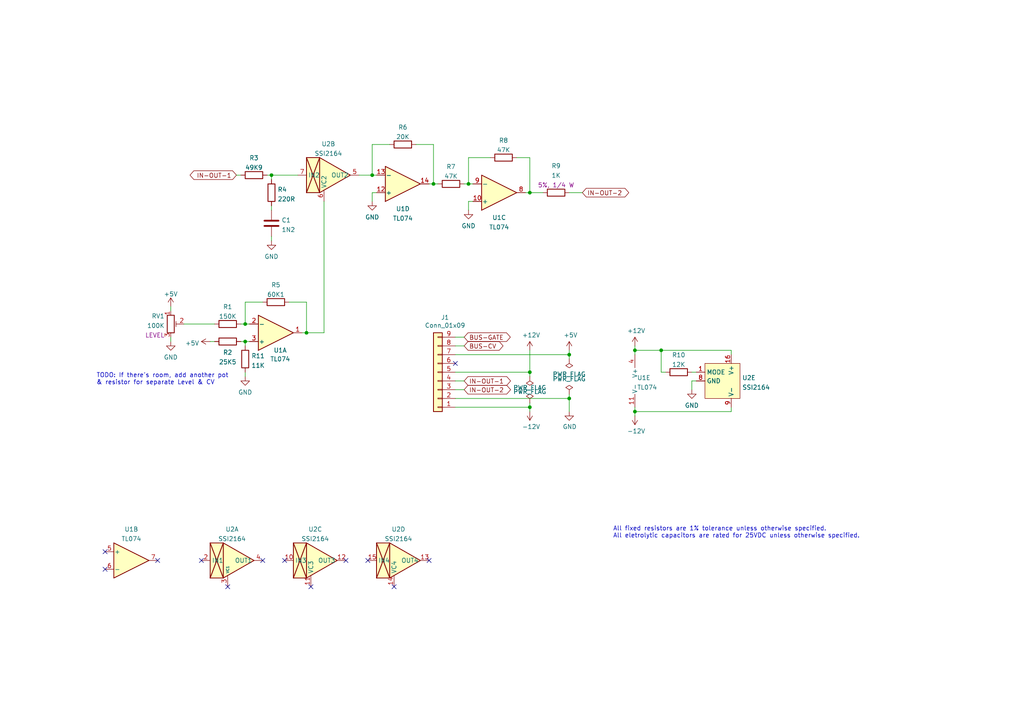
<source format=kicad_sch>
(kicad_sch (version 20211123) (generator eeschema)

  (uuid a1a9a0d8-c6de-418f-9a57-bf7f74b6d401)

  (paper "A4")

  (title_block
    (title "Eurorack ProtoModule")
    (date "2022-02-08")
    (rev "1.0")
    (company "Len Popp")
    (comment 1 "Copyright © 2021 Len Popp CC BY")
    (comment 2 "Circuit design for my custom Eurorack breadboard prototyping module")
  )

  (lib_symbols
    (symbol "-lmp-opamp:TL074" (pin_names (offset 0.127)) (in_bom yes) (on_board yes)
      (property "Reference" "U" (id 0) (at 0 5.08 0)
        (effects (font (size 1.27 1.27)) (justify left))
      )
      (property "Value" "TL074" (id 1) (at 0 -5.08 0)
        (effects (font (size 1.27 1.27)) (justify left))
      )
      (property "Footprint" "Package_DIP:DIP-14_W7.62mm" (id 2) (at -1.27 2.54 0)
        (effects (font (size 1.27 1.27)) hide)
      )
      (property "Datasheet" "http://www.ti.com/lit/ds/symlink/tl071.pdf" (id 3) (at 1.27 5.08 0)
        (effects (font (size 1.27 1.27)) hide)
      )
      (property "Manufacturer" "Texas Instruments" (id 4) (at 0 0 0)
        (effects (font (size 1.27 1.27)) hide)
      )
      (property "ManufacturerPartNum" "TL074BCN" (id 5) (at 0 0 0)
        (effects (font (size 1.27 1.27)) hide)
      )
      (property "Distributor" "Mouser" (id 6) (at 0 0 0)
        (effects (font (size 1.27 1.27)) hide)
      )
      (property "DistributorPartNum" "595-TL074BCN" (id 7) (at 0 0 0)
        (effects (font (size 1.27 1.27)) hide)
      )
      (property "DistributorPartLink" "https://www.mouser.ca/ProductDetail/?qs=vxEfx8VrU7BHurOY5iQdiA%3D%3D" (id 8) (at 0 0 0)
        (effects (font (size 1.27 1.27)) hide)
      )
      (property "ki_locked" "" (id 9) (at 0 0 0)
        (effects (font (size 1.27 1.27)))
      )
      (property "ki_keywords" "quad opamp" (id 10) (at 0 0 0)
        (effects (font (size 1.27 1.27)) hide)
      )
      (property "ki_description" "Quad Low-Noise JFET-Input Operational Amplifiers, DIP-14/SOIC-14" (id 11) (at 0 0 0)
        (effects (font (size 1.27 1.27)) hide)
      )
      (property "ki_fp_filters" "SOIC*3.9x8.7mm*P1.27mm* DIP*W7.62mm* TSSOP*4.4x5mm*P0.65mm* SSOP*5.3x6.2mm*P0.65mm* MSOP*3x3mm*P0.5mm*" (id 12) (at 0 0 0)
        (effects (font (size 1.27 1.27)) hide)
      )
      (symbol "TL074_1_1"
        (polyline
          (pts
            (xy -5.08 5.08)
            (xy 5.08 0)
            (xy -5.08 -5.08)
            (xy -5.08 5.08)
          )
          (stroke (width 0.254) (type default) (color 0 0 0 0))
          (fill (type background))
        )
        (pin output line (at 7.62 0 180) (length 2.54)
          (name "~" (effects (font (size 1.27 1.27))))
          (number "1" (effects (font (size 1.27 1.27))))
        )
        (pin input line (at -7.62 -2.54 0) (length 2.54)
          (name "-" (effects (font (size 1.27 1.27))))
          (number "2" (effects (font (size 1.27 1.27))))
        )
        (pin input line (at -7.62 2.54 0) (length 2.54)
          (name "+" (effects (font (size 1.27 1.27))))
          (number "3" (effects (font (size 1.27 1.27))))
        )
      )
      (symbol "TL074_2_1"
        (polyline
          (pts
            (xy -5.08 5.08)
            (xy 5.08 0)
            (xy -5.08 -5.08)
            (xy -5.08 5.08)
          )
          (stroke (width 0.254) (type default) (color 0 0 0 0))
          (fill (type background))
        )
        (pin input line (at -7.62 2.54 0) (length 2.54)
          (name "+" (effects (font (size 1.27 1.27))))
          (number "5" (effects (font (size 1.27 1.27))))
        )
        (pin input line (at -7.62 -2.54 0) (length 2.54)
          (name "-" (effects (font (size 1.27 1.27))))
          (number "6" (effects (font (size 1.27 1.27))))
        )
        (pin output line (at 7.62 0 180) (length 2.54)
          (name "~" (effects (font (size 1.27 1.27))))
          (number "7" (effects (font (size 1.27 1.27))))
        )
      )
      (symbol "TL074_3_1"
        (polyline
          (pts
            (xy -5.08 5.08)
            (xy 5.08 0)
            (xy -5.08 -5.08)
            (xy -5.08 5.08)
          )
          (stroke (width 0.254) (type default) (color 0 0 0 0))
          (fill (type background))
        )
        (pin input line (at -7.62 2.54 0) (length 2.54)
          (name "+" (effects (font (size 1.27 1.27))))
          (number "10" (effects (font (size 1.27 1.27))))
        )
        (pin output line (at 7.62 0 180) (length 2.54)
          (name "~" (effects (font (size 1.27 1.27))))
          (number "8" (effects (font (size 1.27 1.27))))
        )
        (pin input line (at -7.62 -2.54 0) (length 2.54)
          (name "-" (effects (font (size 1.27 1.27))))
          (number "9" (effects (font (size 1.27 1.27))))
        )
      )
      (symbol "TL074_4_1"
        (polyline
          (pts
            (xy -5.08 5.08)
            (xy 5.08 0)
            (xy -5.08 -5.08)
            (xy -5.08 5.08)
          )
          (stroke (width 0.254) (type default) (color 0 0 0 0))
          (fill (type background))
        )
        (pin input line (at -7.62 2.54 0) (length 2.54)
          (name "+" (effects (font (size 1.27 1.27))))
          (number "12" (effects (font (size 1.27 1.27))))
        )
        (pin input line (at -7.62 -2.54 0) (length 2.54)
          (name "-" (effects (font (size 1.27 1.27))))
          (number "13" (effects (font (size 1.27 1.27))))
        )
        (pin output line (at 7.62 0 180) (length 2.54)
          (name "~" (effects (font (size 1.27 1.27))))
          (number "14" (effects (font (size 1.27 1.27))))
        )
      )
      (symbol "TL074_5_1"
        (pin power_in line (at -2.54 -7.62 90) (length 3.81)
          (name "V-" (effects (font (size 1.27 1.27))))
          (number "11" (effects (font (size 1.27 1.27))))
        )
        (pin power_in line (at -2.54 7.62 270) (length 3.81)
          (name "V+" (effects (font (size 1.27 1.27))))
          (number "4" (effects (font (size 1.27 1.27))))
        )
      )
    )
    (symbol "-lmp-power:+12V" (power) (pin_names (offset 0)) (in_bom yes) (on_board yes)
      (property "Reference" "#PWR" (id 0) (at 0 -3.81 0)
        (effects (font (size 1.27 1.27)) hide)
      )
      (property "Value" "+12V" (id 1) (at 0 3.556 0)
        (effects (font (size 1.27 1.27)))
      )
      (property "Footprint" "" (id 2) (at 0 0 0)
        (effects (font (size 1.27 1.27)) hide)
      )
      (property "Datasheet" "" (id 3) (at 0 0 0)
        (effects (font (size 1.27 1.27)) hide)
      )
      (property "ki_keywords" "power-flag" (id 4) (at 0 0 0)
        (effects (font (size 1.27 1.27)) hide)
      )
      (property "ki_description" "Power symbol creates a global label with name \"+12V\"" (id 5) (at 0 0 0)
        (effects (font (size 1.27 1.27)) hide)
      )
      (symbol "+12V_0_1"
        (polyline
          (pts
            (xy -0.762 1.27)
            (xy 0 2.54)
          )
          (stroke (width 0) (type default) (color 0 0 0 0))
          (fill (type none))
        )
        (polyline
          (pts
            (xy 0 0)
            (xy 0 2.54)
          )
          (stroke (width 0) (type default) (color 0 0 0 0))
          (fill (type none))
        )
        (polyline
          (pts
            (xy 0 2.54)
            (xy 0.762 1.27)
          )
          (stroke (width 0) (type default) (color 0 0 0 0))
          (fill (type none))
        )
      )
      (symbol "+12V_1_1"
        (pin power_in line (at 0 0 90) (length 0) hide
          (name "+12V" (effects (font (size 1.27 1.27))))
          (number "1" (effects (font (size 1.27 1.27))))
        )
      )
    )
    (symbol "-lmp-power:+5V" (power) (pin_names (offset 0)) (in_bom yes) (on_board yes)
      (property "Reference" "#PWR" (id 0) (at 0 -3.81 0)
        (effects (font (size 1.27 1.27)) hide)
      )
      (property "Value" "+5V" (id 1) (at 0 3.556 0)
        (effects (font (size 1.27 1.27)))
      )
      (property "Footprint" "" (id 2) (at 0 0 0)
        (effects (font (size 1.27 1.27)) hide)
      )
      (property "Datasheet" "" (id 3) (at 0 0 0)
        (effects (font (size 1.27 1.27)) hide)
      )
      (property "ki_keywords" "power-flag" (id 4) (at 0 0 0)
        (effects (font (size 1.27 1.27)) hide)
      )
      (property "ki_description" "Power symbol creates a global label with name \"+5V\"" (id 5) (at 0 0 0)
        (effects (font (size 1.27 1.27)) hide)
      )
      (symbol "+5V_0_1"
        (polyline
          (pts
            (xy -0.762 1.27)
            (xy 0 2.54)
          )
          (stroke (width 0) (type default) (color 0 0 0 0))
          (fill (type none))
        )
        (polyline
          (pts
            (xy 0 0)
            (xy 0 2.54)
          )
          (stroke (width 0) (type default) (color 0 0 0 0))
          (fill (type none))
        )
        (polyline
          (pts
            (xy 0 2.54)
            (xy 0.762 1.27)
          )
          (stroke (width 0) (type default) (color 0 0 0 0))
          (fill (type none))
        )
      )
      (symbol "+5V_1_1"
        (pin power_in line (at 0 0 90) (length 0) hide
          (name "+5V" (effects (font (size 1.27 1.27))))
          (number "1" (effects (font (size 1.27 1.27))))
        )
      )
    )
    (symbol "-lmp-power:-12V" (power) (pin_names (offset 0)) (in_bom yes) (on_board yes)
      (property "Reference" "#PWR" (id 0) (at 0 3.81 0)
        (effects (font (size 1.27 1.27)) hide)
      )
      (property "Value" "-12V" (id 1) (at 0 -3.556 0)
        (effects (font (size 1.27 1.27)))
      )
      (property "Footprint" "" (id 2) (at 0 0 0)
        (effects (font (size 1.27 1.27)) hide)
      )
      (property "Datasheet" "" (id 3) (at 0 0 0)
        (effects (font (size 1.27 1.27)) hide)
      )
      (property "ki_keywords" "power-flag" (id 4) (at 0 0 0)
        (effects (font (size 1.27 1.27)) hide)
      )
      (property "ki_description" "Power symbol creates a global label with name \"-12V\"" (id 5) (at 0 0 0)
        (effects (font (size 1.27 1.27)) hide)
      )
      (symbol "-12V_0_1"
        (polyline
          (pts
            (xy -0.762 -1.27)
            (xy 0 -2.54)
          )
          (stroke (width 0) (type default) (color 0 0 0 0))
          (fill (type none))
        )
        (polyline
          (pts
            (xy 0 -2.54)
            (xy 0.762 -1.27)
          )
          (stroke (width 0) (type default) (color 0 0 0 0))
          (fill (type none))
        )
        (polyline
          (pts
            (xy 0 0)
            (xy 0 -2.54)
          )
          (stroke (width 0) (type default) (color 0 0 0 0))
          (fill (type none))
        )
      )
      (symbol "-12V_1_1"
        (pin power_in line (at 0 0 270) (length 0) hide
          (name "-12V" (effects (font (size 1.27 1.27))))
          (number "1" (effects (font (size 1.27 1.27))))
        )
      )
    )
    (symbol "-lmp-power:GND" (power) (pin_names (offset 0)) (in_bom yes) (on_board yes)
      (property "Reference" "#PWR" (id 0) (at 0 -6.35 0)
        (effects (font (size 1.27 1.27)) hide)
      )
      (property "Value" "GND" (id 1) (at 0 -3.81 0)
        (effects (font (size 1.27 1.27)))
      )
      (property "Footprint" "" (id 2) (at 0 0 0)
        (effects (font (size 1.27 1.27)) hide)
      )
      (property "Datasheet" "" (id 3) (at 0 0 0)
        (effects (font (size 1.27 1.27)) hide)
      )
      (property "ki_keywords" "power-flag" (id 4) (at 0 0 0)
        (effects (font (size 1.27 1.27)) hide)
      )
      (property "ki_description" "Power symbol creates a global label with name \"GND\" , ground" (id 5) (at 0 0 0)
        (effects (font (size 1.27 1.27)) hide)
      )
      (symbol "GND_0_1"
        (polyline
          (pts
            (xy 0 0)
            (xy 0 -1.27)
            (xy 1.27 -1.27)
            (xy 0 -2.54)
            (xy -1.27 -1.27)
            (xy 0 -1.27)
          )
          (stroke (width 0) (type default) (color 0 0 0 0))
          (fill (type none))
        )
      )
      (symbol "GND_1_1"
        (pin power_in line (at 0 0 270) (length 0) hide
          (name "GND" (effects (font (size 1.27 1.27))))
          (number "1" (effects (font (size 1.27 1.27))))
        )
      )
    )
    (symbol "-lmp-power:PWR_FLAG" (power) (pin_numbers hide) (pin_names (offset 0) hide) (in_bom yes) (on_board yes)
      (property "Reference" "#FLG" (id 0) (at 0 1.905 0)
        (effects (font (size 1.27 1.27)) hide)
      )
      (property "Value" "PWR_FLAG" (id 1) (at 0 3.81 0)
        (effects (font (size 1.27 1.27)))
      )
      (property "Footprint" "" (id 2) (at 0 0 0)
        (effects (font (size 1.27 1.27)) hide)
      )
      (property "Datasheet" "~" (id 3) (at 0 0 0)
        (effects (font (size 1.27 1.27)) hide)
      )
      (property "ki_keywords" "power-flag" (id 4) (at 0 0 0)
        (effects (font (size 1.27 1.27)) hide)
      )
      (property "ki_description" "Special symbol for telling ERC where power comes from" (id 5) (at 0 0 0)
        (effects (font (size 1.27 1.27)) hide)
      )
      (symbol "PWR_FLAG_0_0"
        (pin power_out line (at 0 0 90) (length 0)
          (name "pwr" (effects (font (size 1.27 1.27))))
          (number "1" (effects (font (size 1.27 1.27))))
        )
      )
      (symbol "PWR_FLAG_0_1"
        (polyline
          (pts
            (xy 0 0)
            (xy 0 1.27)
            (xy -1.016 1.905)
            (xy 0 2.54)
            (xy 1.016 1.905)
            (xy 0 1.27)
          )
          (stroke (width 0) (type default) (color 0 0 0 0))
          (fill (type none))
        )
      )
    )
    (symbol "-lmp-synth:R_1K_Output" (pin_numbers hide) (pin_names (offset 0)) (in_bom yes) (on_board yes)
      (property "Reference" "R" (id 0) (at -2.286 0 90)
        (effects (font (size 1.27 1.27)))
      )
      (property "Value" "R_1K_Output" (id 1) (at 2.413 0 90)
        (effects (font (size 1.27 1.27)))
      )
      (property "Footprint" "-lmp-misc:R_Axial_DIN0207_L6.3mm_D2.5mm_P10.16mm_Horizontal" (id 2) (at -1.778 0 90)
        (effects (font (size 1.27 1.27)) hide)
      )
      (property "Datasheet" "https://www.mouser.ca/datasheet/2/427/ccf07-1762725.pdf" (id 3) (at 0 0 0)
        (effects (font (size 1.27 1.27)) hide)
      )
      (property "Value2" "5%, 1/4 W" (id 4) (at 4.445 0 90)
        (effects (font (size 1.27 1.27)))
      )
      (property "Note" "Output limiting" (id 5) (at -1.905 -1.905 90)
        (effects (font (size 1.27 1.27)) hide)
      )
      (property "Manufacturer" "Vishay / Dale" (id 6) (at 0 0 0)
        (effects (font (size 1.27 1.27)) hide)
      )
      (property "ManufacturerPartNum" "CCF071K00JKE36" (id 7) (at 0 0 0)
        (effects (font (size 1.27 1.27)) hide)
      )
      (property "Distributor" "Mouser" (id 8) (at -1.905 0 90)
        (effects (font (size 1.27 1.27)) hide)
      )
      (property "DistributorPartNum" "71-CCF071K00JKE36" (id 9) (at 0 0 0)
        (effects (font (size 1.27 1.27)) hide)
      )
      (property "DistributorPartLink" "https://www.mouser.ca/ProductDetail/Vishay-Dale/CCF071K00JKE36?qs=sGAEpiMZZMsPqMdJzcrNwqw41JD0NFylHV1MADcQnpo%3D" (id 10) (at 0 0 0)
        (effects (font (size 1.27 1.27)) hide)
      )
      (property "ki_keywords" "R res resistor" (id 11) (at 0 0 0)
        (effects (font (size 1.27 1.27)) hide)
      )
      (property "ki_description" "Resistor" (id 12) (at 0 0 0)
        (effects (font (size 1.27 1.27)) hide)
      )
      (property "ki_fp_filters" "R_*" (id 13) (at 0 0 0)
        (effects (font (size 1.27 1.27)) hide)
      )
      (symbol "R_1K_Output_0_1"
        (rectangle (start -1.016 -2.54) (end 1.016 2.54)
          (stroke (width 0.254) (type default) (color 0 0 0 0))
          (fill (type none))
        )
      )
      (symbol "R_1K_Output_1_1"
        (pin passive line (at 0 3.81 270) (length 1.27)
          (name "~" (effects (font (size 1.27 1.27))))
          (number "1" (effects (font (size 1.27 1.27))))
        )
        (pin passive line (at 0 -3.81 90) (length 1.27)
          (name "~" (effects (font (size 1.27 1.27))))
          (number "2" (effects (font (size 1.27 1.27))))
        )
      )
    )
    (symbol "-lmp-synth:SSI2164" (in_bom yes) (on_board yes)
      (property "Reference" "U" (id 0) (at 5.08 3.81 0)
        (effects (font (size 1.27 1.27)) (justify left))
      )
      (property "Value" "SSI2164" (id 1) (at 5.08 1.905 0)
        (effects (font (size 1.27 1.27)) (justify left))
      )
      (property "Footprint" "Package_SO:SOIC-16_3.9x9.9mm_P1.27mm" (id 2) (at 1.27 -3.81 0)
        (effects (font (size 1.27 1.27)) hide)
      )
      (property "Datasheet" "http://soundsemiconductor.com/downloads/ssi2164datasheet.pdf" (id 3) (at 2.54 0 0)
        (effects (font (size 1.27 1.27)) hide)
      )
      (property "Manufacturer" "Sound Semiconductor" (id 4) (at 0 -3.81 0)
        (effects (font (size 1.27 1.27)) hide)
      )
      (property "ManufacturerPartNum" "SSI2164" (id 5) (at 0 -3.81 0)
        (effects (font (size 1.27 1.27)) hide)
      )
      (property "Distributor" "Synthcube" (id 6) (at 0 -3.81 0)
        (effects (font (size 1.27 1.27)) hide)
      )
      (property "DistributorPartNum" "ICNSSI2164SMT" (id 7) (at 0 -3.81 0)
        (effects (font (size 1.27 1.27)) hide)
      )
      (property "DistributorPartLink" "https://synthcube.com/cart/sound-semiconductor-ssi2164-fatkeys-quad-voltage-controlled-amplifier?search=ssi2164&description=true" (id 8) (at -1.27 -3.81 0)
        (effects (font (size 1.27 1.27)) hide)
      )
      (property "Distributor2" "Antique Electronic Supply" (id 9) (at 0 -3.81 0)
        (effects (font (size 1.27 1.27)) hide)
      )
      (property "DistributorPartNum2" "P-Q-SSI2164" (id 10) (at 0 -3.81 0)
        (effects (font (size 1.27 1.27)) hide)
      )
      (property "DistributorPartLink2" "https://www.tubesandmore.com/products/integrated-circuit-ssi2164-quad-vca-sound-semiconductor" (id 11) (at -1.27 -3.81 0)
        (effects (font (size 1.27 1.27)) hide)
      )
      (property "ki_locked" "" (id 12) (at 0 0 0)
        (effects (font (size 1.27 1.27)))
      )
      (property "ki_keywords" "Fatkeys Quad Voltage Controlled Amplifier" (id 13) (at 0 0 0)
        (effects (font (size 1.27 1.27)) hide)
      )
      (property "ki_description" "Fatkeys™ Quad Voltage Controlled Amplifier" (id 14) (at 0 0 0)
        (effects (font (size 1.27 1.27)) hide)
      )
      (property "ki_fp_filters" "SOIC*3.9x8.7mm*P1.27mm* DIP*W7.62mm* TSSOP*4.4x5mm*P0.65mm* SSOP*5.3x6.2mm*P0.65mm* Breakout*DIP-16*W15.24mm*" (id 15) (at 0 0 0)
        (effects (font (size 1.27 1.27)) hide)
      )
      (symbol "SSI2164_1_1"
        (polyline
          (pts
            (xy -5.08 5.08)
            (xy -1.27 -5.08)
          )
          (stroke (width 0.254) (type default) (color 0 0 0 0))
          (fill (type none))
        )
        (polyline
          (pts
            (xy -1.27 5.08)
            (xy -5.08 -5.08)
          )
          (stroke (width 0.254) (type default) (color 0 0 0 0))
          (fill (type none))
        )
        (polyline
          (pts
            (xy 0 3.81)
            (xy 0 3.81)
          )
          (stroke (width 0) (type default) (color 0 0 0 0))
          (fill (type none))
        )
        (polyline
          (pts
            (xy -1.27 5.08)
            (xy -5.08 5.08)
            (xy -5.08 -5.08)
            (xy -1.27 -5.08)
          )
          (stroke (width 0.254) (type default) (color 0 0 0 0))
          (fill (type background))
        )
        (polyline
          (pts
            (xy -1.27 5.08)
            (xy 7.62 0)
            (xy -1.27 -5.08)
            (xy -1.27 5.08)
          )
          (stroke (width 0.254) (type default) (color 0 0 0 0))
          (fill (type background))
        )
        (pin input line (at -7.62 0 0) (length 2.54)
          (name "IN1" (effects (font (size 1.27 1.27))))
          (number "2" (effects (font (size 1.27 1.27))))
        )
        (pin input line (at 0 -7.62 90) (length 3.302)
          (name "VC1" (effects (font (size 0.762 0.762))))
          (number "3" (effects (font (size 1.27 1.27))))
        )
        (pin output line (at 10.16 0 180) (length 2.54)
          (name "OUT1" (effects (font (size 1.27 1.27))))
          (number "4" (effects (font (size 1.27 1.27))))
        )
      )
      (symbol "SSI2164_2_1"
        (polyline
          (pts
            (xy -5.08 5.08)
            (xy -1.27 -5.08)
          )
          (stroke (width 0.254) (type default) (color 0 0 0 0))
          (fill (type none))
        )
        (polyline
          (pts
            (xy -1.27 5.08)
            (xy -5.08 -5.08)
          )
          (stroke (width 0.254) (type default) (color 0 0 0 0))
          (fill (type none))
        )
        (polyline
          (pts
            (xy -1.27 5.08)
            (xy -5.08 5.08)
            (xy -5.08 -5.08)
            (xy -1.27 -5.08)
          )
          (stroke (width 0.254) (type default) (color 0 0 0 0))
          (fill (type background))
        )
        (polyline
          (pts
            (xy -1.27 5.08)
            (xy 7.62 0)
            (xy -1.27 -5.08)
            (xy -1.27 5.08)
          )
          (stroke (width 0.254) (type default) (color 0 0 0 0))
          (fill (type background))
        )
        (pin output line (at 10.16 0 180) (length 2.54)
          (name "OUT2" (effects (font (size 1.27 1.27))))
          (number "5" (effects (font (size 1.27 1.27))))
        )
        (pin input line (at 0 -7.62 90) (length 3.302)
          (name "VC2" (effects (font (size 1.27 1.27))))
          (number "6" (effects (font (size 1.27 1.27))))
        )
        (pin input line (at -7.62 0 0) (length 2.54)
          (name "IN2" (effects (font (size 1.27 1.27))))
          (number "7" (effects (font (size 1.27 1.27))))
        )
      )
      (symbol "SSI2164_3_1"
        (polyline
          (pts
            (xy -5.08 5.08)
            (xy -1.27 -5.08)
          )
          (stroke (width 0.254) (type default) (color 0 0 0 0))
          (fill (type none))
        )
        (polyline
          (pts
            (xy -1.27 5.08)
            (xy -5.08 -5.08)
          )
          (stroke (width 0.254) (type default) (color 0 0 0 0))
          (fill (type none))
        )
        (polyline
          (pts
            (xy -1.27 5.08)
            (xy -5.08 5.08)
            (xy -5.08 -5.08)
            (xy -1.27 -5.08)
          )
          (stroke (width 0.254) (type default) (color 0 0 0 0))
          (fill (type background))
        )
        (polyline
          (pts
            (xy -1.27 5.08)
            (xy 7.62 0)
            (xy -1.27 -5.08)
            (xy -1.27 5.08)
          )
          (stroke (width 0.254) (type default) (color 0 0 0 0))
          (fill (type background))
        )
        (pin input line (at -7.62 0 0) (length 2.54)
          (name "IN3" (effects (font (size 1.27 1.27))))
          (number "10" (effects (font (size 1.27 1.27))))
        )
        (pin input line (at 0 -7.62 90) (length 3.302)
          (name "VC3" (effects (font (size 1.27 1.27))))
          (number "11" (effects (font (size 1.27 1.27))))
        )
        (pin output line (at 10.16 0 180) (length 2.54)
          (name "OUT3" (effects (font (size 1.27 1.27))))
          (number "12" (effects (font (size 1.27 1.27))))
        )
      )
      (symbol "SSI2164_4_1"
        (polyline
          (pts
            (xy -5.08 5.08)
            (xy -1.27 -5.08)
          )
          (stroke (width 0.254) (type default) (color 0 0 0 0))
          (fill (type none))
        )
        (polyline
          (pts
            (xy -1.27 5.08)
            (xy -5.08 -5.08)
          )
          (stroke (width 0.254) (type default) (color 0 0 0 0))
          (fill (type none))
        )
        (polyline
          (pts
            (xy -1.27 5.08)
            (xy -5.08 5.08)
            (xy -5.08 -5.08)
            (xy -1.27 -5.08)
          )
          (stroke (width 0.254) (type default) (color 0 0 0 0))
          (fill (type background))
        )
        (polyline
          (pts
            (xy -1.27 5.08)
            (xy 7.62 0)
            (xy -1.27 -5.08)
            (xy -1.27 5.08)
          )
          (stroke (width 0.254) (type default) (color 0 0 0 0))
          (fill (type background))
        )
        (pin output line (at 10.16 0 180) (length 2.54)
          (name "OUT4" (effects (font (size 1.27 1.27))))
          (number "13" (effects (font (size 1.27 1.27))))
        )
        (pin input line (at 0 -7.62 90) (length 3.302)
          (name "VC4" (effects (font (size 1.27 1.27))))
          (number "14" (effects (font (size 1.27 1.27))))
        )
        (pin input line (at -7.62 0 0) (length 2.54)
          (name "IN4" (effects (font (size 1.27 1.27))))
          (number "15" (effects (font (size 1.27 1.27))))
        )
      )
      (symbol "SSI2164_5_1"
        (polyline
          (pts
            (xy -5.08 5.08)
            (xy 5.08 5.08)
            (xy 5.08 -5.08)
            (xy -5.08 -5.08)
            (xy -5.08 5.08)
          )
          (stroke (width 0) (type default) (color 0 0 0 0))
          (fill (type background))
        )
        (pin input line (at -7.62 2.54 0) (length 2.54)
          (name "MODE" (effects (font (size 1.27 1.27))))
          (number "1" (effects (font (size 1.27 1.27))))
        )
        (pin power_in line (at 2.54 7.62 270) (length 2.54)
          (name "V+" (effects (font (size 1.27 1.27))))
          (number "16" (effects (font (size 1.27 1.27))))
        )
        (pin power_in line (at -7.62 0 0) (length 2.54)
          (name "GND" (effects (font (size 1.27 1.27))))
          (number "8" (effects (font (size 1.27 1.27))))
        )
        (pin power_in line (at 2.54 -7.62 90) (length 2.54)
          (name "V-" (effects (font (size 1.27 1.27))))
          (number "9" (effects (font (size 1.27 1.27))))
        )
      )
    )
    (symbol "-lmp:CF" (pin_numbers hide) (pin_names (offset 0.254)) (in_bom yes) (on_board yes)
      (property "Reference" "C" (id 0) (at 0.635 2.54 0)
        (effects (font (size 1.27 1.27)) (justify left))
      )
      (property "Value" "CF" (id 1) (at 0.635 -2.54 0)
        (effects (font (size 1.27 1.27)) (justify left))
      )
      (property "Footprint" "" (id 2) (at 0.9652 -3.81 0)
        (effects (font (size 1.27 1.27)) hide)
      )
      (property "Datasheet" "~" (id 3) (at 0 0 0)
        (effects (font (size 1.27 1.27)) hide)
      )
      (property "ki_keywords" "cap capacitor film" (id 4) (at 0 0 0)
        (effects (font (size 1.27 1.27)) hide)
      )
      (property "ki_description" "Capacitor - Film" (id 5) (at 0 0 0)
        (effects (font (size 1.27 1.27)) hide)
      )
      (property "ki_fp_filters" "C_*" (id 6) (at 0 0 0)
        (effects (font (size 1.27 1.27)) hide)
      )
      (symbol "CF_0_1"
        (polyline
          (pts
            (xy -2.032 -0.762)
            (xy 2.032 -0.762)
          )
          (stroke (width 0.508) (type default) (color 0 0 0 0))
          (fill (type none))
        )
        (polyline
          (pts
            (xy -2.032 0.762)
            (xy 2.032 0.762)
          )
          (stroke (width 0.508) (type default) (color 0 0 0 0))
          (fill (type none))
        )
      )
      (symbol "CF_1_1"
        (pin passive line (at 0 3.81 270) (length 2.794)
          (name "~" (effects (font (size 1.27 1.27))))
          (number "1" (effects (font (size 1.27 1.27))))
        )
        (pin passive line (at 0 -3.81 90) (length 2.794)
          (name "~" (effects (font (size 1.27 1.27))))
          (number "2" (effects (font (size 1.27 1.27))))
        )
      )
    )
    (symbol "-lmp:R" (pin_numbers hide) (pin_names (offset 0)) (in_bom yes) (on_board yes)
      (property "Reference" "R" (id 0) (at -2.286 0 90)
        (effects (font (size 1.27 1.27)))
      )
      (property "Value" "R" (id 1) (at 2.413 0 90)
        (effects (font (size 1.27 1.27)))
      )
      (property "Footprint" "-lmp-misc:R_Axial_DIN0207_L6.3mm_D2.5mm_P7.62mm_Horizontal" (id 2) (at -1.778 0 90)
        (effects (font (size 1.27 1.27)) hide)
      )
      (property "Datasheet" "https://www.mouser.ca/datasheet/2/447/Yageo_LR_MFR_1-1714151.pdf" (id 3) (at 0 0 0)
        (effects (font (size 1.27 1.27)) hide)
      )
      (property "Value2" "1%, 1/6 W" (id 4) (at 4.318 0 90)
        (effects (font (size 1.27 1.27)) hide)
      )
      (property "Manufacturer" "YAGEO" (id 5) (at 0 0 0)
        (effects (font (size 1.27 1.27)) hide)
      )
      (property "ManufacturerPartNum" "MFR-12*" (id 6) (at 0 0 0)
        (effects (font (size 1.27 1.27)) hide)
      )
      (property "Distributor" "Mouser" (id 7) (at 0 0 0)
        (effects (font (size 1.27 1.27)) hide)
      )
      (property "DistributorPartNum" "603-MFR-12*" (id 8) (at 0 0 0)
        (effects (font (size 1.27 1.27)) hide)
      )
      (property "DistributorPartLink" "https://www.mouser.ca/c/passive-components/resistors/film-resistors/metal-film-resistors-through-hole/?m=YAGEO&power%20rating=166%20mW%20%281%2F6%20W%29&tolerance=1%20%25&instock=y" (id 9) (at 0 0 0)
        (effects (font (size 1.27 1.27)) hide)
      )
      (property "ki_keywords" "R res resistor" (id 10) (at 0 0 0)
        (effects (font (size 1.27 1.27)) hide)
      )
      (property "ki_description" "Resistor" (id 11) (at 0 0 0)
        (effects (font (size 1.27 1.27)) hide)
      )
      (property "ki_fp_filters" "R_*" (id 12) (at 0 0 0)
        (effects (font (size 1.27 1.27)) hide)
      )
      (symbol "R_0_1"
        (rectangle (start -1.016 -2.54) (end 1.016 2.54)
          (stroke (width 0.254) (type default) (color 0 0 0 0))
          (fill (type none))
        )
      )
      (symbol "R_1_1"
        (pin passive line (at 0 3.81 270) (length 1.27)
          (name "~" (effects (font (size 1.27 1.27))))
          (number "1" (effects (font (size 1.27 1.27))))
        )
        (pin passive line (at 0 -3.81 90) (length 1.27)
          (name "~" (effects (font (size 1.27 1.27))))
          (number "2" (effects (font (size 1.27 1.27))))
        )
      )
    )
    (symbol "-lmp:R_POT_TRIM" (pin_names (offset 1.016) hide) (in_bom yes) (on_board yes)
      (property "Reference" "RV" (id 0) (at -6.858 0 90)
        (effects (font (size 1.27 1.27)))
      )
      (property "Value" "R_POT_TRIM" (id 1) (at -4.953 0 90)
        (effects (font (size 1.27 1.27)))
      )
      (property "Footprint" "-lmp-misc:Potentiometer_Bourns_3386P_Top" (id 2) (at 0 0 0)
        (effects (font (size 1.27 1.27)) hide)
      )
      (property "Datasheet" "https://www.mouser.ca/datasheet/2/54/3386-776606.pdf" (id 3) (at 0 0 0)
        (effects (font (size 1.27 1.27)) hide)
      )
      (property "Label" "[label]" (id 4) (at -2.921 0 90)
        (effects (font (size 1.27 1.27)))
      )
      (property "Manufacturer" "Bourns" (id 5) (at 0 0 0)
        (effects (font (size 1.27 1.27)) hide)
      )
      (property "ManufacturerPartNum" "3386*" (id 6) (at 0 0 0)
        (effects (font (size 1.27 1.27)) hide)
      )
      (property "Distributor" "Mouser" (id 7) (at 0 0 0)
        (effects (font (size 1.27 1.27)) hide)
      )
      (property "DistributorPartNum" "652-3386*" (id 8) (at 0 0 0)
        (effects (font (size 1.27 1.27)) hide)
      )
      (property "DistributorPartLink" "https://www.mouser.ca/c/passive-components/resistors/variable-resistors/trimmer-resistors-through-hole/?number+of+turns=1&series=3386&instock=y" (id 9) (at 0 0 0)
        (effects (font (size 1.27 1.27)) hide)
      )
      (property "ki_keywords" "resistor variable trimpot trimmer" (id 10) (at 0 0 0)
        (effects (font (size 1.27 1.27)) hide)
      )
      (property "ki_description" "Trim-potentiometer" (id 11) (at 0 0 0)
        (effects (font (size 1.27 1.27)) hide)
      )
      (property "ki_fp_filters" "Potentiometer*" (id 12) (at 0 0 0)
        (effects (font (size 1.27 1.27)) hide)
      )
      (symbol "R_POT_TRIM_0_1"
        (polyline
          (pts
            (xy 1.524 0.762)
            (xy 1.524 -0.762)
          )
          (stroke (width 0) (type default) (color 0 0 0 0))
          (fill (type none))
        )
        (polyline
          (pts
            (xy 2.54 0)
            (xy 1.524 0)
          )
          (stroke (width 0) (type default) (color 0 0 0 0))
          (fill (type none))
        )
        (rectangle (start 1.016 2.54) (end -1.016 -2.54)
          (stroke (width 0.254) (type default) (color 0 0 0 0))
          (fill (type none))
        )
      )
      (symbol "R_POT_TRIM_1_1"
        (pin passive line (at 0 3.81 270) (length 1.27)
          (name "1" (effects (font (size 1.27 1.27))))
          (number "1" (effects (font (size 1.27 1.27))))
        )
        (pin passive line (at 3.81 0 180) (length 1.27)
          (name "2" (effects (font (size 1.27 1.27))))
          (number "2" (effects (font (size 1.27 1.27))))
        )
        (pin passive line (at 0 -3.81 90) (length 1.27)
          (name "3" (effects (font (size 1.27 1.27))))
          (number "3" (effects (font (size 1.27 1.27))))
        )
      )
    )
    (symbol "Connector_Generic:Conn_01x09" (pin_names (offset 1.016) hide) (in_bom yes) (on_board yes)
      (property "Reference" "J" (id 0) (at 0 12.7 0)
        (effects (font (size 1.27 1.27)))
      )
      (property "Value" "Conn_01x09" (id 1) (at 0 -12.7 0)
        (effects (font (size 1.27 1.27)))
      )
      (property "Footprint" "" (id 2) (at 0 0 0)
        (effects (font (size 1.27 1.27)) hide)
      )
      (property "Datasheet" "~" (id 3) (at 0 0 0)
        (effects (font (size 1.27 1.27)) hide)
      )
      (property "ki_keywords" "connector" (id 4) (at 0 0 0)
        (effects (font (size 1.27 1.27)) hide)
      )
      (property "ki_description" "Generic connector, single row, 01x09, script generated (kicad-library-utils/schlib/autogen/connector/)" (id 5) (at 0 0 0)
        (effects (font (size 1.27 1.27)) hide)
      )
      (property "ki_fp_filters" "Connector*:*_1x??_*" (id 6) (at 0 0 0)
        (effects (font (size 1.27 1.27)) hide)
      )
      (symbol "Conn_01x09_1_1"
        (rectangle (start -1.27 -10.033) (end 0 -10.287)
          (stroke (width 0.1524) (type default) (color 0 0 0 0))
          (fill (type none))
        )
        (rectangle (start -1.27 -7.493) (end 0 -7.747)
          (stroke (width 0.1524) (type default) (color 0 0 0 0))
          (fill (type none))
        )
        (rectangle (start -1.27 -4.953) (end 0 -5.207)
          (stroke (width 0.1524) (type default) (color 0 0 0 0))
          (fill (type none))
        )
        (rectangle (start -1.27 -2.413) (end 0 -2.667)
          (stroke (width 0.1524) (type default) (color 0 0 0 0))
          (fill (type none))
        )
        (rectangle (start -1.27 0.127) (end 0 -0.127)
          (stroke (width 0.1524) (type default) (color 0 0 0 0))
          (fill (type none))
        )
        (rectangle (start -1.27 2.667) (end 0 2.413)
          (stroke (width 0.1524) (type default) (color 0 0 0 0))
          (fill (type none))
        )
        (rectangle (start -1.27 5.207) (end 0 4.953)
          (stroke (width 0.1524) (type default) (color 0 0 0 0))
          (fill (type none))
        )
        (rectangle (start -1.27 7.747) (end 0 7.493)
          (stroke (width 0.1524) (type default) (color 0 0 0 0))
          (fill (type none))
        )
        (rectangle (start -1.27 10.287) (end 0 10.033)
          (stroke (width 0.1524) (type default) (color 0 0 0 0))
          (fill (type none))
        )
        (rectangle (start -1.27 11.43) (end 1.27 -11.43)
          (stroke (width 0.254) (type default) (color 0 0 0 0))
          (fill (type background))
        )
        (pin passive line (at -5.08 10.16 0) (length 3.81)
          (name "Pin_1" (effects (font (size 1.27 1.27))))
          (number "1" (effects (font (size 1.27 1.27))))
        )
        (pin passive line (at -5.08 7.62 0) (length 3.81)
          (name "Pin_2" (effects (font (size 1.27 1.27))))
          (number "2" (effects (font (size 1.27 1.27))))
        )
        (pin passive line (at -5.08 5.08 0) (length 3.81)
          (name "Pin_3" (effects (font (size 1.27 1.27))))
          (number "3" (effects (font (size 1.27 1.27))))
        )
        (pin passive line (at -5.08 2.54 0) (length 3.81)
          (name "Pin_4" (effects (font (size 1.27 1.27))))
          (number "4" (effects (font (size 1.27 1.27))))
        )
        (pin passive line (at -5.08 0 0) (length 3.81)
          (name "Pin_5" (effects (font (size 1.27 1.27))))
          (number "5" (effects (font (size 1.27 1.27))))
        )
        (pin passive line (at -5.08 -2.54 0) (length 3.81)
          (name "Pin_6" (effects (font (size 1.27 1.27))))
          (number "6" (effects (font (size 1.27 1.27))))
        )
        (pin passive line (at -5.08 -5.08 0) (length 3.81)
          (name "Pin_7" (effects (font (size 1.27 1.27))))
          (number "7" (effects (font (size 1.27 1.27))))
        )
        (pin passive line (at -5.08 -7.62 0) (length 3.81)
          (name "Pin_8" (effects (font (size 1.27 1.27))))
          (number "8" (effects (font (size 1.27 1.27))))
        )
        (pin passive line (at -5.08 -10.16 0) (length 3.81)
          (name "Pin_9" (effects (font (size 1.27 1.27))))
          (number "9" (effects (font (size 1.27 1.27))))
        )
      )
    )
  )

  (junction (at 184.15 119.38) (diameter 0) (color 0 0 0 0)
    (uuid 0397467a-8e1a-4ed6-8dd8-dcad5f6cd16e)
  )
  (junction (at 153.67 118.11) (diameter 0) (color 0 0 0 0)
    (uuid 22c22de0-30f9-42af-ac14-44974608319c)
  )
  (junction (at 153.67 107.95) (diameter 0) (color 0 0 0 0)
    (uuid 277337c2-8b08-4bed-a885-4a8adba6aa1b)
  )
  (junction (at 165.1 115.57) (diameter 0) (color 0 0 0 0)
    (uuid 2de0f335-3e5d-4176-a9c8-d3718f0aa5a9)
  )
  (junction (at 88.9 96.52) (diameter 0) (color 0 0 0 0)
    (uuid 40b669aa-a6a2-4161-be49-4baf13522b44)
  )
  (junction (at 125.73 53.34) (diameter 0) (color 0 0 0 0)
    (uuid 420e8d4f-6f5a-47fa-86aa-9a8e714c7646)
  )
  (junction (at 71.12 99.06) (diameter 0) (color 0 0 0 0)
    (uuid 43373db6-bbfa-4784-9aa6-b375556f8b2b)
  )
  (junction (at 153.67 55.88) (diameter 0) (color 0 0 0 0)
    (uuid 451ad438-b29e-4b2e-9cc4-b74f61df3790)
  )
  (junction (at 165.1 102.87) (diameter 0) (color 0 0 0 0)
    (uuid 5802adda-5a62-42e3-8e55-f26224a0ef6f)
  )
  (junction (at 184.15 101.6) (diameter 0) (color 0 0 0 0)
    (uuid 590bbdb4-0253-409f-8178-454bb66f14b7)
  )
  (junction (at 107.95 50.8) (diameter 0) (color 0 0 0 0)
    (uuid 5bec5c2f-62ac-49e1-874e-8878beb6f65f)
  )
  (junction (at 135.89 53.34) (diameter 0) (color 0 0 0 0)
    (uuid 749ed37f-3c96-48a2-aadc-ca84a046f042)
  )
  (junction (at 78.74 50.8) (diameter 0) (color 0 0 0 0)
    (uuid 756de05c-279e-494f-a17b-a3fd7dc8e0db)
  )
  (junction (at 191.77 101.6) (diameter 0) (color 0 0 0 0)
    (uuid 760438c6-c4b7-47f7-b54d-5128f18c4ebe)
  )
  (junction (at 71.12 93.98) (diameter 0) (color 0 0 0 0)
    (uuid c5c8b3e8-6c42-4a5d-a691-43ee99bb7459)
  )

  (no_connect (at 30.48 160.02) (uuid 5bd822d8-4bea-422e-88a2-e0d12920957c))
  (no_connect (at 30.48 165.1) (uuid 5bd822d8-4bea-422e-88a2-e0d12920957d))
  (no_connect (at 45.72 162.56) (uuid 5bd822d8-4bea-422e-88a2-e0d12920957e))
  (no_connect (at 58.42 162.56) (uuid 677bb6fa-1765-4ea9-b0d1-19a2395d0bba))
  (no_connect (at 66.04 170.18) (uuid 677bb6fa-1765-4ea9-b0d1-19a2395d0bbb))
  (no_connect (at 100.33 162.56) (uuid 677bb6fa-1765-4ea9-b0d1-19a2395d0bbc))
  (no_connect (at 76.2 162.56) (uuid 677bb6fa-1765-4ea9-b0d1-19a2395d0bbd))
  (no_connect (at 82.55 162.56) (uuid 677bb6fa-1765-4ea9-b0d1-19a2395d0bbe))
  (no_connect (at 90.17 170.18) (uuid 677bb6fa-1765-4ea9-b0d1-19a2395d0bbf))
  (no_connect (at 106.68 162.56) (uuid 677bb6fa-1765-4ea9-b0d1-19a2395d0bc0))
  (no_connect (at 114.3 170.18) (uuid 677bb6fa-1765-4ea9-b0d1-19a2395d0bc1))
  (no_connect (at 124.46 162.56) (uuid 677bb6fa-1765-4ea9-b0d1-19a2395d0bc2))
  (no_connect (at 132.08 105.41) (uuid 90a74f5e-7380-4ff0-bb5e-d9d5841f174b))

  (wire (pts (xy 49.53 97.79) (xy 49.53 99.06))
    (stroke (width 0) (type default) (color 0 0 0 0))
    (uuid 077f08e2-0f1c-46ef-aa1e-5497fec43ca4)
  )
  (wire (pts (xy 107.95 55.88) (xy 107.95 58.42))
    (stroke (width 0) (type default) (color 0 0 0 0))
    (uuid 097bb8c1-b077-45a4-9dda-06c3ae56a591)
  )
  (wire (pts (xy 200.66 107.95) (xy 201.93 107.95))
    (stroke (width 0) (type default) (color 0 0 0 0))
    (uuid 09b57822-f222-4961-bf60-7da2b97f6d56)
  )
  (wire (pts (xy 212.09 101.6) (xy 191.77 101.6))
    (stroke (width 0) (type default) (color 0 0 0 0))
    (uuid 0c72b226-fe0a-4009-bea6-b626514264a8)
  )
  (wire (pts (xy 200.66 110.49) (xy 200.66 113.03))
    (stroke (width 0) (type default) (color 0 0 0 0))
    (uuid 0db584cf-1a8c-41c9-b01b-a560156b3cc4)
  )
  (wire (pts (xy 60.96 99.06) (xy 62.23 99.06))
    (stroke (width 0) (type default) (color 0 0 0 0))
    (uuid 11420977-933a-4144-ad25-5cd08d6c0a64)
  )
  (wire (pts (xy 153.67 55.88) (xy 153.67 45.72))
    (stroke (width 0) (type default) (color 0 0 0 0))
    (uuid 151a4c34-a0f1-4983-babd-274f3d063894)
  )
  (wire (pts (xy 132.08 110.49) (xy 134.62 110.49))
    (stroke (width 0) (type default) (color 0 0 0 0))
    (uuid 15f06c58-f54a-4e99-8411-3b02ee2b6d87)
  )
  (wire (pts (xy 125.73 53.34) (xy 127 53.34))
    (stroke (width 0) (type default) (color 0 0 0 0))
    (uuid 162e7ee4-2fdd-48a8-a380-bbc12d8b283d)
  )
  (wire (pts (xy 184.15 101.6) (xy 184.15 100.33))
    (stroke (width 0) (type default) (color 0 0 0 0))
    (uuid 21175866-865f-47f9-ad2c-90513e4db94c)
  )
  (wire (pts (xy 135.89 45.72) (xy 142.24 45.72))
    (stroke (width 0) (type default) (color 0 0 0 0))
    (uuid 220719ad-443d-497e-99e2-264c34a946b8)
  )
  (wire (pts (xy 71.12 93.98) (xy 72.39 93.98))
    (stroke (width 0) (type default) (color 0 0 0 0))
    (uuid 253baef4-fd95-421b-ab4e-95c63d51d78f)
  )
  (wire (pts (xy 153.67 118.11) (xy 153.67 116.84))
    (stroke (width 0) (type default) (color 0 0 0 0))
    (uuid 27949936-d4de-46b8-a7b5-f27b8704bb91)
  )
  (wire (pts (xy 69.85 99.06) (xy 71.12 99.06))
    (stroke (width 0) (type default) (color 0 0 0 0))
    (uuid 2796c524-bb56-418d-8340-b22f4d12c899)
  )
  (wire (pts (xy 68.58 50.8) (xy 69.85 50.8))
    (stroke (width 0) (type default) (color 0 0 0 0))
    (uuid 2b259001-9df2-4aa4-81cf-cc1516d35277)
  )
  (wire (pts (xy 49.53 88.9) (xy 49.53 90.17))
    (stroke (width 0) (type default) (color 0 0 0 0))
    (uuid 2b8264eb-6a72-4839-bbd2-43abed6bf8c1)
  )
  (wire (pts (xy 125.73 53.34) (xy 125.73 41.91))
    (stroke (width 0) (type default) (color 0 0 0 0))
    (uuid 2e64f187-d9ab-4466-b2e7-33727cf8ca1a)
  )
  (wire (pts (xy 165.1 114.3) (xy 165.1 115.57))
    (stroke (width 0) (type default) (color 0 0 0 0))
    (uuid 2e8b0c18-e4dc-4e55-ae79-2a9f266398d1)
  )
  (wire (pts (xy 78.74 50.8) (xy 86.36 50.8))
    (stroke (width 0) (type default) (color 0 0 0 0))
    (uuid 35a34c79-878f-4962-bfbf-fb295e944808)
  )
  (wire (pts (xy 88.9 96.52) (xy 93.98 96.52))
    (stroke (width 0) (type default) (color 0 0 0 0))
    (uuid 36ee39f2-cd87-419b-8425-136a3bc84086)
  )
  (wire (pts (xy 134.62 53.34) (xy 135.89 53.34))
    (stroke (width 0) (type default) (color 0 0 0 0))
    (uuid 43d8ad43-83e7-4453-a58e-0afd5796add0)
  )
  (wire (pts (xy 184.15 119.38) (xy 184.15 120.65))
    (stroke (width 0) (type default) (color 0 0 0 0))
    (uuid 46ade8fc-dc39-4f76-a4a5-d7b3c4e33061)
  )
  (wire (pts (xy 212.09 102.87) (xy 212.09 101.6))
    (stroke (width 0) (type default) (color 0 0 0 0))
    (uuid 472ccc17-5491-4e50-9a63-55fe1d7197c2)
  )
  (wire (pts (xy 71.12 99.06) (xy 72.39 99.06))
    (stroke (width 0) (type default) (color 0 0 0 0))
    (uuid 56fd6261-e6da-4d7d-af5f-c1c20af367d7)
  )
  (wire (pts (xy 134.62 113.03) (xy 132.08 113.03))
    (stroke (width 0) (type default) (color 0 0 0 0))
    (uuid 57d975d4-6607-4de8-909d-121b06b236cd)
  )
  (wire (pts (xy 212.09 118.11) (xy 212.09 119.38))
    (stroke (width 0) (type default) (color 0 0 0 0))
    (uuid 5c473805-6690-472f-9f7b-cd05f376ffb0)
  )
  (wire (pts (xy 191.77 107.95) (xy 191.77 101.6))
    (stroke (width 0) (type default) (color 0 0 0 0))
    (uuid 5c5a4ac6-1a2b-437b-9879-4da244628815)
  )
  (wire (pts (xy 124.46 53.34) (xy 125.73 53.34))
    (stroke (width 0) (type default) (color 0 0 0 0))
    (uuid 63f6d705-22ca-45fe-a54b-86bc17f61417)
  )
  (wire (pts (xy 153.67 55.88) (xy 157.48 55.88))
    (stroke (width 0) (type default) (color 0 0 0 0))
    (uuid 690095a2-1aae-46d3-800a-f9041d520567)
  )
  (wire (pts (xy 165.1 115.57) (xy 132.08 115.57))
    (stroke (width 0) (type default) (color 0 0 0 0))
    (uuid 694a8561-8fe5-4c63-8ec3-a4bf3d5f6f49)
  )
  (wire (pts (xy 71.12 99.06) (xy 71.12 100.33))
    (stroke (width 0) (type default) (color 0 0 0 0))
    (uuid 7073a638-7048-4ebe-a4f5-d7ca1b00afab)
  )
  (wire (pts (xy 87.63 96.52) (xy 88.9 96.52))
    (stroke (width 0) (type default) (color 0 0 0 0))
    (uuid 72b31a5b-7a07-4e97-a0ce-d05fbd5c4778)
  )
  (wire (pts (xy 137.16 58.42) (xy 135.89 58.42))
    (stroke (width 0) (type default) (color 0 0 0 0))
    (uuid 7416dd80-3cd3-4255-a0ea-8b5c3d851557)
  )
  (wire (pts (xy 153.67 109.22) (xy 153.67 107.95))
    (stroke (width 0) (type default) (color 0 0 0 0))
    (uuid 80016814-1048-4c03-8951-199346c6ded2)
  )
  (wire (pts (xy 135.89 53.34) (xy 135.89 45.72))
    (stroke (width 0) (type default) (color 0 0 0 0))
    (uuid 87c62dd4-25cf-4736-8d7c-15cdfcba8ed2)
  )
  (wire (pts (xy 53.34 93.98) (xy 62.23 93.98))
    (stroke (width 0) (type default) (color 0 0 0 0))
    (uuid 9181b2ed-2dbf-4696-bd51-d473644d8372)
  )
  (wire (pts (xy 69.85 93.98) (xy 71.12 93.98))
    (stroke (width 0) (type default) (color 0 0 0 0))
    (uuid 918a6ed1-394e-4086-a33a-6fbcc5949692)
  )
  (wire (pts (xy 153.67 118.11) (xy 132.08 118.11))
    (stroke (width 0) (type default) (color 0 0 0 0))
    (uuid 98d5b032-0729-4f09-987b-334a5aaaf3d0)
  )
  (wire (pts (xy 201.93 110.49) (xy 200.66 110.49))
    (stroke (width 0) (type default) (color 0 0 0 0))
    (uuid 9b997b04-fbae-4834-a03b-031dcbd867a9)
  )
  (wire (pts (xy 132.08 100.33) (xy 134.62 100.33))
    (stroke (width 0) (type default) (color 0 0 0 0))
    (uuid 9bdeda29-d138-4c87-b429-3ac24826c6e2)
  )
  (wire (pts (xy 93.98 58.42) (xy 93.98 96.52))
    (stroke (width 0) (type default) (color 0 0 0 0))
    (uuid a6dd0e7f-2d61-4177-9062-eddafcc188b4)
  )
  (wire (pts (xy 165.1 102.87) (xy 132.08 102.87))
    (stroke (width 0) (type default) (color 0 0 0 0))
    (uuid a78cb8a5-fd81-4136-995a-0e7ca3619782)
  )
  (wire (pts (xy 165.1 55.88) (xy 168.91 55.88))
    (stroke (width 0) (type default) (color 0 0 0 0))
    (uuid a790e627-9768-4d7b-a331-6369528c4cc0)
  )
  (wire (pts (xy 153.67 119.38) (xy 153.67 118.11))
    (stroke (width 0) (type default) (color 0 0 0 0))
    (uuid a8265823-7aed-4f18-8537-30fcd80f9a7e)
  )
  (wire (pts (xy 76.2 87.63) (xy 71.12 87.63))
    (stroke (width 0) (type default) (color 0 0 0 0))
    (uuid a85b955f-40f6-481a-83ea-9a24adaae49f)
  )
  (wire (pts (xy 77.47 50.8) (xy 78.74 50.8))
    (stroke (width 0) (type default) (color 0 0 0 0))
    (uuid aa735ad2-416c-4c94-8dcf-f6d25dcb1897)
  )
  (wire (pts (xy 165.1 115.57) (xy 165.1 119.38))
    (stroke (width 0) (type default) (color 0 0 0 0))
    (uuid aba3e17e-f702-4b75-91f4-3f06c0f245fe)
  )
  (wire (pts (xy 78.74 68.58) (xy 78.74 69.85))
    (stroke (width 0) (type default) (color 0 0 0 0))
    (uuid ac85aca2-bcf5-4b98-8f28-ea96725b0922)
  )
  (wire (pts (xy 78.74 50.8) (xy 78.74 52.07))
    (stroke (width 0) (type default) (color 0 0 0 0))
    (uuid ad509dec-838d-420a-a261-cbbf2608e45d)
  )
  (wire (pts (xy 78.74 59.69) (xy 78.74 60.96))
    (stroke (width 0) (type default) (color 0 0 0 0))
    (uuid b219e84d-1df8-452f-ade1-1a171fa6158f)
  )
  (wire (pts (xy 165.1 101.6) (xy 165.1 102.87))
    (stroke (width 0) (type default) (color 0 0 0 0))
    (uuid b74ff2d5-0e87-4f47-9d91-491558cfecf5)
  )
  (wire (pts (xy 107.95 50.8) (xy 109.22 50.8))
    (stroke (width 0) (type default) (color 0 0 0 0))
    (uuid b96c7180-e1d3-471c-a36c-87501266778c)
  )
  (wire (pts (xy 184.15 118.11) (xy 184.15 119.38))
    (stroke (width 0) (type default) (color 0 0 0 0))
    (uuid b9ad5dc8-a70e-4ac9-b176-2cfe013d1db5)
  )
  (wire (pts (xy 153.67 107.95) (xy 132.08 107.95))
    (stroke (width 0) (type default) (color 0 0 0 0))
    (uuid bc8124b5-dc30-4c9a-93ad-e245b0cfd8dc)
  )
  (wire (pts (xy 71.12 107.95) (xy 71.12 109.22))
    (stroke (width 0) (type default) (color 0 0 0 0))
    (uuid bccb25f7-5591-4222-bdc4-bf123ffeebb8)
  )
  (wire (pts (xy 71.12 87.63) (xy 71.12 93.98))
    (stroke (width 0) (type default) (color 0 0 0 0))
    (uuid c0a2c96f-6cc1-4340-bbb2-824b3c871c22)
  )
  (wire (pts (xy 193.04 107.95) (xy 191.77 107.95))
    (stroke (width 0) (type default) (color 0 0 0 0))
    (uuid c3a49482-8270-4666-97b0-2a3d85671d5c)
  )
  (wire (pts (xy 149.86 45.72) (xy 153.67 45.72))
    (stroke (width 0) (type default) (color 0 0 0 0))
    (uuid c849a964-d6ef-4428-a990-5f1ea28a2780)
  )
  (wire (pts (xy 134.62 97.79) (xy 132.08 97.79))
    (stroke (width 0) (type default) (color 0 0 0 0))
    (uuid cb381139-6573-4e1a-a168-3c5ba08b42e2)
  )
  (wire (pts (xy 184.15 101.6) (xy 191.77 101.6))
    (stroke (width 0) (type default) (color 0 0 0 0))
    (uuid d07257c7-cff1-4b11-a9f9-d84b33b70349)
  )
  (wire (pts (xy 88.9 87.63) (xy 83.82 87.63))
    (stroke (width 0) (type default) (color 0 0 0 0))
    (uuid d2af8e5b-bbc2-4664-bd64-629a2b0852ed)
  )
  (wire (pts (xy 184.15 102.87) (xy 184.15 101.6))
    (stroke (width 0) (type default) (color 0 0 0 0))
    (uuid d35a8da8-3bb2-40f2-87e9-3ab2d0109014)
  )
  (wire (pts (xy 125.73 41.91) (xy 120.65 41.91))
    (stroke (width 0) (type default) (color 0 0 0 0))
    (uuid d442cfeb-2b14-4a22-ba3f-76bef6c9bcb4)
  )
  (wire (pts (xy 104.14 50.8) (xy 107.95 50.8))
    (stroke (width 0) (type default) (color 0 0 0 0))
    (uuid d6a2a5c5-16aa-4181-ba3a-bb5bfc5b1080)
  )
  (wire (pts (xy 107.95 41.91) (xy 107.95 50.8))
    (stroke (width 0) (type default) (color 0 0 0 0))
    (uuid d900e901-2af3-44ca-95e0-1eb6a53d08bd)
  )
  (wire (pts (xy 135.89 53.34) (xy 137.16 53.34))
    (stroke (width 0) (type default) (color 0 0 0 0))
    (uuid da451726-8f22-4fe4-b38c-2b7fa7896921)
  )
  (wire (pts (xy 135.89 58.42) (xy 135.89 60.96))
    (stroke (width 0) (type default) (color 0 0 0 0))
    (uuid dd6bcf97-1263-4f07-b6ee-5132387be47e)
  )
  (wire (pts (xy 88.9 96.52) (xy 88.9 87.63))
    (stroke (width 0) (type default) (color 0 0 0 0))
    (uuid de99726f-7e2e-4bb1-ab85-12690fd54307)
  )
  (wire (pts (xy 153.67 101.6) (xy 153.67 107.95))
    (stroke (width 0) (type default) (color 0 0 0 0))
    (uuid e268421f-f554-4321-91e4-8c2196ea25da)
  )
  (wire (pts (xy 165.1 102.87) (xy 165.1 104.14))
    (stroke (width 0) (type default) (color 0 0 0 0))
    (uuid e2e15110-eaf7-4186-b316-cc2f6948e07e)
  )
  (wire (pts (xy 184.15 119.38) (xy 212.09 119.38))
    (stroke (width 0) (type default) (color 0 0 0 0))
    (uuid e9025db7-78db-45ef-8525-3dbe36a3ecd1)
  )
  (wire (pts (xy 113.03 41.91) (xy 107.95 41.91))
    (stroke (width 0) (type default) (color 0 0 0 0))
    (uuid eb0204fe-0ca3-4298-80aa-74c8cb3a2a80)
  )
  (wire (pts (xy 152.4 55.88) (xy 153.67 55.88))
    (stroke (width 0) (type default) (color 0 0 0 0))
    (uuid f26d34cc-bf18-42a1-b20f-c17db85416fc)
  )
  (wire (pts (xy 109.22 55.88) (xy 107.95 55.88))
    (stroke (width 0) (type default) (color 0 0 0 0))
    (uuid f87833e9-1de1-4433-a04b-a30ea564474b)
  )

  (text "TODO: If there's room, add another pot \n& resistor for separate Level & CV"
    (at 27.94 111.76 0)
    (effects (font (size 1.27 1.27)) (justify left bottom))
    (uuid 5bbbf0f4-b3ee-4329-9916-98f0e8678ec7)
  )
  (text "All fixed resistors are 1% tolerance unless otherwise specified.\nAll eletrolytic capacitors are rated for 25VDC unless otherwise specified."
    (at 177.8 156.21 0)
    (effects (font (size 1.27 1.27)) (justify left bottom))
    (uuid 97954bdd-6f0e-481b-b33b-a2801266daa9)
  )

  (global_label "BUS-CV" (shape bidirectional) (at 134.62 100.33 0) (fields_autoplaced)
    (effects (font (size 1.27 1.27)) (justify left))
    (uuid 349eabd2-9157-4e6f-84c8-33beed084473)
    (property "Intersheet References" "${INTERSHEET_REFS}" (id 0) (at 7.62 15.24 0)
      (effects (font (size 1.27 1.27)) hide)
    )
  )
  (global_label "BUS-GATE" (shape bidirectional) (at 134.62 97.79 0) (fields_autoplaced)
    (effects (font (size 1.27 1.27)) (justify left))
    (uuid 6ff2874f-e693-46ee-9e7b-44354f6e5884)
    (property "Intersheet References" "${INTERSHEET_REFS}" (id 0) (at 7.62 15.24 0)
      (effects (font (size 1.27 1.27)) hide)
    )
  )
  (global_label "IN-OUT-2" (shape bidirectional) (at 168.91 55.88 0) (fields_autoplaced)
    (effects (font (size 1.27 1.27)) (justify left))
    (uuid 8329013c-f6fc-409e-b89e-d2a80da7622f)
    (property "Intersheet References" "${INTERSHEET_REFS}" (id 0) (at 41.91 -41.91 0)
      (effects (font (size 1.27 1.27)) hide)
    )
  )
  (global_label "IN-OUT-1" (shape bidirectional) (at 134.62 110.49 0) (fields_autoplaced)
    (effects (font (size 1.27 1.27)) (justify left))
    (uuid bd8354e6-6367-4dcd-aa20-50a90c915d71)
    (property "Intersheet References" "${INTERSHEET_REFS}" (id 0) (at 7.62 15.24 0)
      (effects (font (size 1.27 1.27)) hide)
    )
  )
  (global_label "IN-OUT-2" (shape bidirectional) (at 134.62 113.03 0) (fields_autoplaced)
    (effects (font (size 1.27 1.27)) (justify left))
    (uuid ef9ab9de-65de-453b-92d1-8911d65e0733)
    (property "Intersheet References" "${INTERSHEET_REFS}" (id 0) (at 7.62 15.24 0)
      (effects (font (size 1.27 1.27)) hide)
    )
  )
  (global_label "IN-OUT-1" (shape bidirectional) (at 68.58 50.8 180) (fields_autoplaced)
    (effects (font (size 1.27 1.27)) (justify right))
    (uuid fc75afa1-aa8c-4f4d-93f3-495137161cf5)
    (property "Intersheet References" "${INTERSHEET_REFS}" (id 0) (at 56.3377 50.7206 0)
      (effects (font (size 1.27 1.27)) (justify right) hide)
    )
  )

  (symbol (lib_id "-lmp-power:GND") (at 165.1 119.38 0) (unit 1)
    (in_bom yes) (on_board yes)
    (uuid 00000000-0000-0000-0000-000060c80bf1)
    (property "Reference" "#PWR04" (id 0) (at 165.1 125.73 0)
      (effects (font (size 1.27 1.27)) hide)
    )
    (property "Value" "GND" (id 1) (at 165.227 123.7742 0))
    (property "Footprint" "" (id 2) (at 165.1 119.38 0)
      (effects (font (size 1.27 1.27)) hide)
    )
    (property "Datasheet" "" (id 3) (at 165.1 119.38 0)
      (effects (font (size 1.27 1.27)) hide)
    )
    (pin "1" (uuid e2ec5c16-1e72-4a79-81b2-711742440b39))
  )

  (symbol (lib_id "-lmp-power:+12V") (at 153.67 101.6 0) (unit 1)
    (in_bom yes) (on_board yes)
    (uuid 00000000-0000-0000-0000-000060c86281)
    (property "Reference" "#PWR03" (id 0) (at 153.67 105.41 0)
      (effects (font (size 1.27 1.27)) hide)
    )
    (property "Value" "+12V" (id 1) (at 154.051 97.2058 0))
    (property "Footprint" "" (id 2) (at 153.67 101.6 0)
      (effects (font (size 1.27 1.27)) hide)
    )
    (property "Datasheet" "" (id 3) (at 153.67 101.6 0)
      (effects (font (size 1.27 1.27)) hide)
    )
    (pin "1" (uuid cb9b7848-9d34-4033-abc0-fb3ddbc2d6ee))
  )

  (symbol (lib_id "-lmp-power:-12V") (at 153.67 119.38 0) (unit 1)
    (in_bom yes) (on_board yes)
    (uuid 00000000-0000-0000-0000-000060c864e4)
    (property "Reference" "#PWR05" (id 0) (at 153.67 115.57 0)
      (effects (font (size 1.27 1.27)) hide)
    )
    (property "Value" "-12V" (id 1) (at 154.051 123.7742 0))
    (property "Footprint" "" (id 2) (at 153.67 119.38 0)
      (effects (font (size 1.27 1.27)) hide)
    )
    (property "Datasheet" "" (id 3) (at 153.67 119.38 0)
      (effects (font (size 1.27 1.27)) hide)
    )
    (pin "1" (uuid 295c6d13-2059-4604-98a9-b81bcd528128))
  )

  (symbol (lib_id "-lmp-power:PWR_FLAG") (at 165.1 114.3 0) (unit 1)
    (in_bom yes) (on_board yes)
    (uuid 00000000-0000-0000-0000-000060c8985d)
    (property "Reference" "#FLG04" (id 0) (at 165.1 112.395 0)
      (effects (font (size 1.27 1.27)) hide)
    )
    (property "Value" "PWR_FLAG" (id 1) (at 165.1 109.9058 0))
    (property "Footprint" "" (id 2) (at 165.1 114.3 0)
      (effects (font (size 1.27 1.27)) hide)
    )
    (property "Datasheet" "~" (id 3) (at 165.1 114.3 0)
      (effects (font (size 1.27 1.27)) hide)
    )
    (pin "1" (uuid 4e8fbe1c-0efa-4d82-afdb-411f88ec8eac))
  )

  (symbol (lib_id "-lmp-power:PWR_FLAG") (at 153.67 109.22 180) (unit 1)
    (in_bom yes) (on_board yes)
    (uuid 00000000-0000-0000-0000-000060c89f71)
    (property "Reference" "#FLG05" (id 0) (at 153.67 111.125 0)
      (effects (font (size 1.27 1.27)) hide)
    )
    (property "Value" "PWR_FLAG" (id 1) (at 153.67 113.6142 0))
    (property "Footprint" "" (id 2) (at 153.67 109.22 0)
      (effects (font (size 1.27 1.27)) hide)
    )
    (property "Datasheet" "~" (id 3) (at 153.67 109.22 0)
      (effects (font (size 1.27 1.27)) hide)
    )
    (pin "1" (uuid e925a42c-cf60-4902-940a-ecd6ab9743a2))
  )

  (symbol (lib_id "Connector_Generic:Conn_01x09") (at 127 107.95 180) (unit 1)
    (in_bom yes) (on_board yes)
    (uuid 00000000-0000-0000-0000-0000615e2370)
    (property "Reference" "J1" (id 0) (at 129.0828 92.075 0))
    (property "Value" "Conn_01x09" (id 1) (at 129.0828 94.3864 0))
    (property "Footprint" "Connector_PinHeader_2.54mm:PinHeader_1x09_P2.54mm_Vertical" (id 2) (at 127 107.95 0)
      (effects (font (size 1.27 1.27)) hide)
    )
    (property "Datasheet" "~" (id 3) (at 127 107.95 0)
      (effects (font (size 1.27 1.27)) hide)
    )
    (pin "1" (uuid 327164a7-bde3-40aa-adf2-70ca6e963d5f))
    (pin "2" (uuid 8d9943a0-30e0-4fcc-926f-acf21b5b98b5))
    (pin "3" (uuid 6de6b1a8-62b8-402a-ac1c-48bdfb0163aa))
    (pin "4" (uuid 0a32f905-3f97-4852-af67-7addb4d70265))
    (pin "5" (uuid 130b9329-4a4c-4794-ac2d-017f1c00c883))
    (pin "6" (uuid 9e3c6631-71f8-40d5-98da-0f0ad50bfdee))
    (pin "7" (uuid 4f3e0480-a16b-40f1-8aa8-17abdd49f8de))
    (pin "8" (uuid a3eb5fff-8b61-445b-97e2-373c87a23cb5))
    (pin "9" (uuid 0bb80455-a1ea-4287-a5e3-1366c4bf5abb))
  )

  (symbol (lib_id "-lmp-power:+5V") (at 165.1 101.6 0) (unit 1)
    (in_bom yes) (on_board yes)
    (uuid 00000000-0000-0000-0000-0000615e4967)
    (property "Reference" "#PWR01" (id 0) (at 165.1 105.41 0)
      (effects (font (size 1.27 1.27)) hide)
    )
    (property "Value" "+5V" (id 1) (at 165.481 97.2058 0))
    (property "Footprint" "" (id 2) (at 165.1 101.6 0)
      (effects (font (size 1.27 1.27)) hide)
    )
    (property "Datasheet" "" (id 3) (at 165.1 101.6 0)
      (effects (font (size 1.27 1.27)) hide)
    )
    (pin "1" (uuid 508ac672-4f4a-4781-9c53-b80271b3c07a))
  )

  (symbol (lib_id "-lmp-power:PWR_FLAG") (at 165.1 104.14 180) (unit 1)
    (in_bom yes) (on_board yes)
    (uuid 00000000-0000-0000-0000-0000615e715d)
    (property "Reference" "#FLG02" (id 0) (at 165.1 106.045 0)
      (effects (font (size 1.27 1.27)) hide)
    )
    (property "Value" "PWR_FLAG" (id 1) (at 165.1 108.5342 0))
    (property "Footprint" "" (id 2) (at 165.1 104.14 0)
      (effects (font (size 1.27 1.27)) hide)
    )
    (property "Datasheet" "~" (id 3) (at 165.1 104.14 0)
      (effects (font (size 1.27 1.27)) hide)
    )
    (pin "1" (uuid 7bca4f9e-b0b4-4c1d-9e2f-67e281cb4cce))
  )

  (symbol (lib_id "-lmp-power:PWR_FLAG") (at 153.67 116.84 0) (unit 1)
    (in_bom yes) (on_board yes)
    (uuid 00000000-0000-0000-0000-0000615e8b96)
    (property "Reference" "#FLG01" (id 0) (at 153.67 114.935 0)
      (effects (font (size 1.27 1.27)) hide)
    )
    (property "Value" "PWR_FLAG" (id 1) (at 153.67 112.4458 0))
    (property "Footprint" "" (id 2) (at 153.67 116.84 0)
      (effects (font (size 1.27 1.27)) hide)
    )
    (property "Datasheet" "~" (id 3) (at 153.67 116.84 0)
      (effects (font (size 1.27 1.27)) hide)
    )
    (pin "1" (uuid b77e1d5f-840e-4bdf-b3d8-15e289b4eb95))
  )

  (symbol (lib_id "-lmp-power:GND") (at 49.53 99.06 0) (unit 1)
    (in_bom yes) (on_board yes) (fields_autoplaced)
    (uuid 0089afa1-21a3-4bba-9aaa-a5968eb2a282)
    (property "Reference" "#PWR0107" (id 0) (at 49.53 105.41 0)
      (effects (font (size 1.27 1.27)) hide)
    )
    (property "Value" "GND" (id 1) (at 49.53 103.6225 0))
    (property "Footprint" "" (id 2) (at 49.53 99.06 0)
      (effects (font (size 1.27 1.27)) hide)
    )
    (property "Datasheet" "" (id 3) (at 49.53 99.06 0)
      (effects (font (size 1.27 1.27)) hide)
    )
    (pin "1" (uuid 2ed6d784-e36d-4dde-9f67-1a4de60419eb))
  )

  (symbol (lib_id "-lmp-power:+5V") (at 49.53 88.9 0) (unit 1)
    (in_bom yes) (on_board yes)
    (uuid 013ed9e0-14bd-4219-9936-1b9bbe1ede25)
    (property "Reference" "#PWR0106" (id 0) (at 49.53 92.71 0)
      (effects (font (size 1.27 1.27)) hide)
    )
    (property "Value" "+5V" (id 1) (at 49.53 85.2955 0))
    (property "Footprint" "" (id 2) (at 49.53 88.9 0)
      (effects (font (size 1.27 1.27)) hide)
    )
    (property "Datasheet" "" (id 3) (at 49.53 88.9 0)
      (effects (font (size 1.27 1.27)) hide)
    )
    (pin "1" (uuid 94a698f8-a1e8-4de0-91c5-2150c80d1a90))
  )

  (symbol (lib_id "-lmp:R") (at 66.04 99.06 90) (unit 1)
    (in_bom yes) (on_board yes) (fields_autoplaced)
    (uuid 01e45bf9-4519-4a7d-8cb4-221c0cd26e8b)
    (property "Reference" "R2" (id 0) (at 66.04 102.2255 90))
    (property "Value" "25K5" (id 1) (at 66.04 105.0006 90))
    (property "Footprint" "-lmp-misc:R_Axial_DIN0207_L6.3mm_D2.5mm_P7.62mm_Horizontal" (id 2) (at 66.04 100.838 90)
      (effects (font (size 1.27 1.27)) hide)
    )
    (property "Datasheet" "https://www.mouser.ca/datasheet/2/447/Yageo_LR_MFR_1-1714151.pdf" (id 3) (at 66.04 99.06 0)
      (effects (font (size 1.27 1.27)) hide)
    )
    (property "Value2" "1%, 1/6 W" (id 4) (at 66.04 94.742 90)
      (effects (font (size 1.27 1.27)) hide)
    )
    (property "Manufacturer" "YAGEO" (id 5) (at 66.04 99.06 0)
      (effects (font (size 1.27 1.27)) hide)
    )
    (property "ManufacturerPartNum" "MFR-12*" (id 6) (at 66.04 99.06 0)
      (effects (font (size 1.27 1.27)) hide)
    )
    (property "Distributor" "Mouser" (id 7) (at 66.04 99.06 0)
      (effects (font (size 1.27 1.27)) hide)
    )
    (property "DistributorPartNum" "603-MFR-12*" (id 8) (at 66.04 99.06 0)
      (effects (font (size 1.27 1.27)) hide)
    )
    (property "DistributorPartLink" "https://www.mouser.ca/c/passive-components/resistors/film-resistors/metal-film-resistors-through-hole/?m=YAGEO&power%20rating=166%20mW%20%281%2F6%20W%29&tolerance=1%20%25&instock=y" (id 9) (at 66.04 99.06 0)
      (effects (font (size 1.27 1.27)) hide)
    )
    (pin "1" (uuid e62d3fe4-f75a-44e6-a4f1-407f5f99a5c8))
    (pin "2" (uuid 34e50a99-1ebd-4f04-9769-2d33c4469d5a))
  )

  (symbol (lib_id "-lmp:R_POT_TRIM") (at 49.53 93.98 0) (unit 1)
    (in_bom yes) (on_board yes) (fields_autoplaced)
    (uuid 089e7591-b563-4608-a114-d4a2910b2546)
    (property "Reference" "RV1" (id 0) (at 47.7521 91.6839 0)
      (effects (font (size 1.27 1.27)) (justify right))
    )
    (property "Value" "100K" (id 1) (at 47.7521 94.459 0)
      (effects (font (size 1.27 1.27)) (justify right))
    )
    (property "Footprint" "-lmp-misc:Potentiometer_Bourns_3310R_Top" (id 2) (at 49.53 93.98 0)
      (effects (font (size 1.27 1.27)) hide)
    )
    (property "Datasheet" "https://www.mouser.ca/datasheet/2/54/3386-776606.pdf" (id 3) (at 49.53 93.98 0)
      (effects (font (size 1.27 1.27)) hide)
    )
    (property "Label" "LEVEL" (id 4) (at 47.7521 97.2341 0)
      (effects (font (size 1.27 1.27)) (justify right))
    )
    (property "Manufacturer" "Bourns" (id 5) (at 49.53 93.98 0)
      (effects (font (size 1.27 1.27)) hide)
    )
    (property "ManufacturerPartNum" "3386*" (id 6) (at 49.53 93.98 0)
      (effects (font (size 1.27 1.27)) hide)
    )
    (property "Distributor" "Mouser" (id 7) (at 49.53 93.98 0)
      (effects (font (size 1.27 1.27)) hide)
    )
    (property "DistributorPartNum" "652-3386*" (id 8) (at 49.53 93.98 0)
      (effects (font (size 1.27 1.27)) hide)
    )
    (property "DistributorPartLink" "https://www.mouser.ca/c/passive-components/resistors/variable-resistors/trimmer-resistors-through-hole/?number+of+turns=1&series=3386&instock=y" (id 9) (at 49.53 93.98 0)
      (effects (font (size 1.27 1.27)) hide)
    )
    (pin "1" (uuid 5af01396-f652-4ec1-a05e-f39160842d4d))
    (pin "2" (uuid f9833d3d-166f-455f-8237-263909c15b41))
    (pin "3" (uuid b787de95-4401-4996-ba88-c590f51ed9c0))
  )

  (symbol (lib_id "-lmp:R") (at 130.81 53.34 90) (unit 1)
    (in_bom yes) (on_board yes) (fields_autoplaced)
    (uuid 0c34d5e5-a87a-47ef-a70f-62f59d1ea358)
    (property "Reference" "R7" (id 0) (at 130.81 48.3575 90))
    (property "Value" "47K" (id 1) (at 130.81 51.1326 90))
    (property "Footprint" "-lmp-stripboard:SB_Gen_5" (id 2) (at 130.81 55.118 90)
      (effects (font (size 1.27 1.27)) hide)
    )
    (property "Datasheet" "https://www.mouser.ca/datasheet/2/447/Yageo_LR_MFR_1-1714151.pdf" (id 3) (at 130.81 53.34 0)
      (effects (font (size 1.27 1.27)) hide)
    )
    (property "Value2" "1%, 1/6 W" (id 4) (at 130.81 49.022 90)
      (effects (font (size 1.27 1.27)) hide)
    )
    (property "Manufacturer" "YAGEO" (id 5) (at 130.81 53.34 0)
      (effects (font (size 1.27 1.27)) hide)
    )
    (property "ManufacturerPartNum" "MFR-12*" (id 6) (at 130.81 53.34 0)
      (effects (font (size 1.27 1.27)) hide)
    )
    (property "Distributor" "Mouser" (id 7) (at 130.81 53.34 0)
      (effects (font (size 1.27 1.27)) hide)
    )
    (property "DistributorPartNum" "603-MFR-12*" (id 8) (at 130.81 53.34 0)
      (effects (font (size 1.27 1.27)) hide)
    )
    (property "DistributorPartLink" "https://www.mouser.ca/c/passive-components/resistors/film-resistors/metal-film-resistors-through-hole/?m=YAGEO&power%20rating=166%20mW%20%281%2F6%20W%29&tolerance=1%20%25&instock=y" (id 9) (at 130.81 53.34 0)
      (effects (font (size 1.27 1.27)) hide)
    )
    (pin "1" (uuid ff155625-9667-4599-af1d-8e2943adf8df))
    (pin "2" (uuid edfa84cc-4a9e-4141-ba0f-8f2f09a1180d))
  )

  (symbol (lib_id "-lmp-power:GND") (at 71.12 109.22 0) (unit 1)
    (in_bom yes) (on_board yes) (fields_autoplaced)
    (uuid 0efc4817-79bf-4caf-8bf0-9fcd2a93abeb)
    (property "Reference" "#PWR02" (id 0) (at 71.12 115.57 0)
      (effects (font (size 1.27 1.27)) hide)
    )
    (property "Value" "GND" (id 1) (at 71.12 113.7825 0))
    (property "Footprint" "" (id 2) (at 71.12 109.22 0)
      (effects (font (size 1.27 1.27)) hide)
    )
    (property "Datasheet" "" (id 3) (at 71.12 109.22 0)
      (effects (font (size 1.27 1.27)) hide)
    )
    (pin "1" (uuid e9d60ecc-c2be-4588-aeb2-e789d4a88357))
  )

  (symbol (lib_id "-lmp-opamp:TL074") (at 80.01 96.52 0) (mirror x) (unit 1)
    (in_bom yes) (on_board yes)
    (uuid 14262b01-2d69-4540-a847-afd57137bbf6)
    (property "Reference" "U1" (id 0) (at 81.28 101.6 0))
    (property "Value" "TL074" (id 1) (at 81.28 104.14 0))
    (property "Footprint" "Package_DIP:DIP-14_W7.62mm" (id 2) (at 78.74 99.06 0)
      (effects (font (size 1.27 1.27)) hide)
    )
    (property "Datasheet" "http://www.ti.com/lit/ds/symlink/tl071.pdf" (id 3) (at 81.28 101.6 0)
      (effects (font (size 1.27 1.27)) hide)
    )
    (property "Manufacturer" "Texas Instruments" (id 4) (at 80.01 96.52 0)
      (effects (font (size 1.27 1.27)) hide)
    )
    (property "ManufacturerPartNum" "TL074BCN" (id 5) (at 80.01 96.52 0)
      (effects (font (size 1.27 1.27)) hide)
    )
    (property "Distributor" "Mouser" (id 6) (at 80.01 96.52 0)
      (effects (font (size 1.27 1.27)) hide)
    )
    (property "DistributorPartNum" "595-TL074BCN" (id 7) (at 80.01 96.52 0)
      (effects (font (size 1.27 1.27)) hide)
    )
    (property "DistributorPartLink" "https://www.mouser.ca/ProductDetail/?qs=vxEfx8VrU7BHurOY5iQdiA%3D%3D" (id 8) (at 80.01 96.52 0)
      (effects (font (size 1.27 1.27)) hide)
    )
    (pin "1" (uuid fce420f3-a4b9-4945-b9e8-d31f9a1897ef))
    (pin "2" (uuid 43a1ff02-f3ce-4ef7-93a5-4b83495b3545))
    (pin "3" (uuid f32e11f5-0573-4ed5-938a-131e4841bfd8))
  )

  (symbol (lib_id "-lmp-power:GND") (at 78.74 69.85 0) (unit 1)
    (in_bom yes) (on_board yes) (fields_autoplaced)
    (uuid 2aa8504e-e2b8-4292-a359-760657d57c6b)
    (property "Reference" "#PWR0108" (id 0) (at 78.74 76.2 0)
      (effects (font (size 1.27 1.27)) hide)
    )
    (property "Value" "GND" (id 1) (at 78.74 74.4125 0))
    (property "Footprint" "" (id 2) (at 78.74 69.85 0)
      (effects (font (size 1.27 1.27)) hide)
    )
    (property "Datasheet" "" (id 3) (at 78.74 69.85 0)
      (effects (font (size 1.27 1.27)) hide)
    )
    (pin "1" (uuid b9ac01b6-4628-4383-98fb-611213938274))
  )

  (symbol (lib_id "-lmp-power:GND") (at 200.66 113.03 0) (unit 1)
    (in_bom yes) (on_board yes) (fields_autoplaced)
    (uuid 3ce30816-bf61-45f9-aeb1-1e44fc2d2db8)
    (property "Reference" "#PWR0110" (id 0) (at 200.66 119.38 0)
      (effects (font (size 1.27 1.27)) hide)
    )
    (property "Value" "GND" (id 1) (at 200.66 117.5925 0))
    (property "Footprint" "" (id 2) (at 200.66 113.03 0)
      (effects (font (size 1.27 1.27)) hide)
    )
    (property "Datasheet" "" (id 3) (at 200.66 113.03 0)
      (effects (font (size 1.27 1.27)) hide)
    )
    (pin "1" (uuid 4dd23d0a-d146-417f-ab5e-1eb3ecda5f01))
  )

  (symbol (lib_id "-lmp-synth:SSI2164") (at 90.17 162.56 0) (unit 3)
    (in_bom yes) (on_board yes) (fields_autoplaced)
    (uuid 47eae46e-573c-4a9a-b62d-d9a0954260cb)
    (property "Reference" "U2" (id 0) (at 91.44 153.5135 0))
    (property "Value" "SSI2164" (id 1) (at 91.44 156.2886 0))
    (property "Footprint" "-lmp-breakout:Breakout_DIP-16_W15.24mm" (id 2) (at 91.44 166.37 0)
      (effects (font (size 1.27 1.27)) hide)
    )
    (property "Datasheet" "http://soundsemiconductor.com/downloads/ssi2164datasheet.pdf" (id 3) (at 92.71 162.56 0)
      (effects (font (size 1.27 1.27)) hide)
    )
    (property "Manufacturer" "Sound Semiconductor" (id 4) (at 90.17 166.37 0)
      (effects (font (size 1.27 1.27)) hide)
    )
    (property "ManufacturerPartNum" "SSI2164" (id 5) (at 90.17 166.37 0)
      (effects (font (size 1.27 1.27)) hide)
    )
    (property "Distributor" "Synthcube" (id 6) (at 90.17 166.37 0)
      (effects (font (size 1.27 1.27)) hide)
    )
    (property "DistributorPartNum" "ICNSSI2164SMT" (id 7) (at 90.17 166.37 0)
      (effects (font (size 1.27 1.27)) hide)
    )
    (property "DistributorPartLink" "https://synthcube.com/cart/sound-semiconductor-ssi2164-fatkeys-quad-voltage-controlled-amplifier?search=ssi2164&description=true" (id 8) (at 88.9 166.37 0)
      (effects (font (size 1.27 1.27)) hide)
    )
    (property "Distributor2" "Antique Electronic Supply" (id 9) (at 90.17 166.37 0)
      (effects (font (size 1.27 1.27)) hide)
    )
    (property "DistributorPartNum2" "P-Q-SSI2164" (id 10) (at 90.17 166.37 0)
      (effects (font (size 1.27 1.27)) hide)
    )
    (property "DistributorPartLink2" "https://www.tubesandmore.com/products/integrated-circuit-ssi2164-quad-vca-sound-semiconductor" (id 11) (at 88.9 166.37 0)
      (effects (font (size 1.27 1.27)) hide)
    )
    (pin "10" (uuid a61e7864-ed39-4318-8570-1bb831c85221))
    (pin "11" (uuid 53e302b0-f4a2-49cc-b943-fa469ace89e1))
    (pin "12" (uuid bb3fa618-a04a-4fcf-bd2b-987721896ccb))
  )

  (symbol (lib_id "-lmp:R") (at 71.12 104.14 0) (unit 1)
    (in_bom yes) (on_board yes) (fields_autoplaced)
    (uuid 4b4a818a-8870-4075-a027-d08c79df7ba7)
    (property "Reference" "R11" (id 0) (at 72.898 103.2315 0)
      (effects (font (size 1.27 1.27)) (justify left))
    )
    (property "Value" "11K" (id 1) (at 72.898 106.0066 0)
      (effects (font (size 1.27 1.27)) (justify left))
    )
    (property "Footprint" "-lmp-stripboard:SB_Gen_1" (id 2) (at 69.342 104.14 90)
      (effects (font (size 1.27 1.27)) hide)
    )
    (property "Datasheet" "https://www.mouser.ca/datasheet/2/447/Yageo_LR_MFR_1-1714151.pdf" (id 3) (at 71.12 104.14 0)
      (effects (font (size 1.27 1.27)) hide)
    )
    (property "Value2" "1%, 1/6 W" (id 4) (at 75.438 104.14 90)
      (effects (font (size 1.27 1.27)) hide)
    )
    (property "Manufacturer" "YAGEO" (id 5) (at 71.12 104.14 0)
      (effects (font (size 1.27 1.27)) hide)
    )
    (property "ManufacturerPartNum" "MFR-12*" (id 6) (at 71.12 104.14 0)
      (effects (font (size 1.27 1.27)) hide)
    )
    (property "Distributor" "Mouser" (id 7) (at 71.12 104.14 0)
      (effects (font (size 1.27 1.27)) hide)
    )
    (property "DistributorPartNum" "603-MFR-12*" (id 8) (at 71.12 104.14 0)
      (effects (font (size 1.27 1.27)) hide)
    )
    (property "DistributorPartLink" "https://www.mouser.ca/c/passive-components/resistors/film-resistors/metal-film-resistors-through-hole/?m=YAGEO&power%20rating=166%20mW%20%281%2F6%20W%29&tolerance=1%20%25&instock=y" (id 9) (at 71.12 104.14 0)
      (effects (font (size 1.27 1.27)) hide)
    )
    (pin "1" (uuid 8b15fc22-e167-4277-9a9a-e357c93ba0c4))
    (pin "2" (uuid dff54c0a-5d50-45f5-9711-ae40777c595b))
  )

  (symbol (lib_id "-lmp-synth:SSI2164") (at 93.98 50.8 0) (unit 2)
    (in_bom yes) (on_board yes)
    (uuid 557ecd77-57f1-4262-bb6e-8cb4f0026557)
    (property "Reference" "U2" (id 0) (at 95.25 41.7535 0))
    (property "Value" "SSI2164" (id 1) (at 95.25 44.5286 0))
    (property "Footprint" "-lmp-breakout:Breakout_DIP-16_W15.24mm" (id 2) (at 95.25 54.61 0)
      (effects (font (size 1.27 1.27)) hide)
    )
    (property "Datasheet" "http://soundsemiconductor.com/downloads/ssi2164datasheet.pdf" (id 3) (at 96.52 50.8 0)
      (effects (font (size 1.27 1.27)) hide)
    )
    (property "Manufacturer" "Sound Semiconductor" (id 4) (at 93.98 54.61 0)
      (effects (font (size 1.27 1.27)) hide)
    )
    (property "ManufacturerPartNum" "SSI2164" (id 5) (at 93.98 54.61 0)
      (effects (font (size 1.27 1.27)) hide)
    )
    (property "Distributor" "Synthcube" (id 6) (at 93.98 54.61 0)
      (effects (font (size 1.27 1.27)) hide)
    )
    (property "DistributorPartNum" "ICNSSI2164SMT" (id 7) (at 93.98 54.61 0)
      (effects (font (size 1.27 1.27)) hide)
    )
    (property "DistributorPartLink" "https://synthcube.com/cart/sound-semiconductor-ssi2164-fatkeys-quad-voltage-controlled-amplifier?search=ssi2164&description=true" (id 8) (at 92.71 54.61 0)
      (effects (font (size 1.27 1.27)) hide)
    )
    (property "Distributor2" "Antique Electronic Supply" (id 9) (at 93.98 54.61 0)
      (effects (font (size 1.27 1.27)) hide)
    )
    (property "DistributorPartNum2" "P-Q-SSI2164" (id 10) (at 93.98 54.61 0)
      (effects (font (size 1.27 1.27)) hide)
    )
    (property "DistributorPartLink2" "https://www.tubesandmore.com/products/integrated-circuit-ssi2164-quad-vca-sound-semiconductor" (id 11) (at 92.71 54.61 0)
      (effects (font (size 1.27 1.27)) hide)
    )
    (pin "5" (uuid ea824684-2e9f-4e36-a8a1-62ab66a70f9a))
    (pin "6" (uuid e49a1fc6-e358-4f79-bd57-ad07a0a04c0a))
    (pin "7" (uuid dfa6d6bf-7c05-47a7-8bd2-c0e61991c5a3))
  )

  (symbol (lib_id "-lmp:R") (at 78.74 55.88 0) (unit 1)
    (in_bom yes) (on_board yes) (fields_autoplaced)
    (uuid 74382524-613d-465c-84e5-e1512391b538)
    (property "Reference" "R4" (id 0) (at 80.518 54.9715 0)
      (effects (font (size 1.27 1.27)) (justify left))
    )
    (property "Value" "220R" (id 1) (at 80.518 57.7466 0)
      (effects (font (size 1.27 1.27)) (justify left))
    )
    (property "Footprint" "-lmp-misc:R_Axial_DIN0207_L6.3mm_D2.5mm_P7.62mm_Horizontal" (id 2) (at 76.962 55.88 90)
      (effects (font (size 1.27 1.27)) hide)
    )
    (property "Datasheet" "https://www.mouser.ca/datasheet/2/447/Yageo_LR_MFR_1-1714151.pdf" (id 3) (at 78.74 55.88 0)
      (effects (font (size 1.27 1.27)) hide)
    )
    (property "Value2" "1%, 1/6 W" (id 4) (at 83.058 55.88 90)
      (effects (font (size 1.27 1.27)) hide)
    )
    (property "Manufacturer" "YAGEO" (id 5) (at 78.74 55.88 0)
      (effects (font (size 1.27 1.27)) hide)
    )
    (property "ManufacturerPartNum" "MFR-12*" (id 6) (at 78.74 55.88 0)
      (effects (font (size 1.27 1.27)) hide)
    )
    (property "Distributor" "Mouser" (id 7) (at 78.74 55.88 0)
      (effects (font (size 1.27 1.27)) hide)
    )
    (property "DistributorPartNum" "603-MFR-12*" (id 8) (at 78.74 55.88 0)
      (effects (font (size 1.27 1.27)) hide)
    )
    (property "DistributorPartLink" "https://www.mouser.ca/c/passive-components/resistors/film-resistors/metal-film-resistors-through-hole/?m=YAGEO&power%20rating=166%20mW%20%281%2F6%20W%29&tolerance=1%20%25&instock=y" (id 9) (at 78.74 55.88 0)
      (effects (font (size 1.27 1.27)) hide)
    )
    (pin "1" (uuid 09738ff3-44aa-4934-9d99-db218cd35ed6))
    (pin "2" (uuid 44a24ea6-759f-458d-a6ac-93b7d32977ed))
  )

  (symbol (lib_id "-lmp-opamp:TL074") (at 116.84 53.34 0) (mirror x) (unit 4)
    (in_bom yes) (on_board yes) (fields_autoplaced)
    (uuid 8a6489ae-8246-4112-abda-2495699d39cf)
    (property "Reference" "U1" (id 0) (at 116.84 60.5695 0))
    (property "Value" "TL074" (id 1) (at 116.84 63.3446 0))
    (property "Footprint" "Package_DIP:DIP-14_W7.62mm" (id 2) (at 115.57 55.88 0)
      (effects (font (size 1.27 1.27)) hide)
    )
    (property "Datasheet" "http://www.ti.com/lit/ds/symlink/tl071.pdf" (id 3) (at 118.11 58.42 0)
      (effects (font (size 1.27 1.27)) hide)
    )
    (property "Manufacturer" "Texas Instruments" (id 4) (at 116.84 53.34 0)
      (effects (font (size 1.27 1.27)) hide)
    )
    (property "ManufacturerPartNum" "TL074BCN" (id 5) (at 116.84 53.34 0)
      (effects (font (size 1.27 1.27)) hide)
    )
    (property "Distributor" "Mouser" (id 6) (at 116.84 53.34 0)
      (effects (font (size 1.27 1.27)) hide)
    )
    (property "DistributorPartNum" "595-TL074BCN" (id 7) (at 116.84 53.34 0)
      (effects (font (size 1.27 1.27)) hide)
    )
    (property "DistributorPartLink" "https://www.mouser.ca/ProductDetail/?qs=vxEfx8VrU7BHurOY5iQdiA%3D%3D" (id 8) (at 116.84 53.34 0)
      (effects (font (size 1.27 1.27)) hide)
    )
    (pin "12" (uuid cc065d0f-923a-43f8-92bb-543350d4df2e))
    (pin "13" (uuid 766abaa9-e4d2-4fe9-ad8b-e1b0788a8360))
    (pin "14" (uuid f67cc169-2f9d-4079-89cf-8daff00934ef))
  )

  (symbol (lib_id "-lmp-power:-12V") (at 184.15 120.65 0) (unit 1)
    (in_bom yes) (on_board yes)
    (uuid 8b156c2e-bd37-47a0-8dca-d41e5e5b0533)
    (property "Reference" "#PWR0102" (id 0) (at 184.15 116.84 0)
      (effects (font (size 1.27 1.27)) hide)
    )
    (property "Value" "-12V" (id 1) (at 184.531 125.0442 0))
    (property "Footprint" "" (id 2) (at 184.15 120.65 0)
      (effects (font (size 1.27 1.27)) hide)
    )
    (property "Datasheet" "" (id 3) (at 184.15 120.65 0)
      (effects (font (size 1.27 1.27)) hide)
    )
    (pin "1" (uuid a42b045d-6822-4be5-a001-84f288168357))
  )

  (symbol (lib_id "-lmp-power:GND") (at 107.95 58.42 0) (unit 1)
    (in_bom yes) (on_board yes) (fields_autoplaced)
    (uuid 904c3342-d84f-473e-9ff0-12e3f6cc0fc2)
    (property "Reference" "#PWR0109" (id 0) (at 107.95 64.77 0)
      (effects (font (size 1.27 1.27)) hide)
    )
    (property "Value" "GND" (id 1) (at 107.95 62.9825 0))
    (property "Footprint" "" (id 2) (at 107.95 58.42 0)
      (effects (font (size 1.27 1.27)) hide)
    )
    (property "Datasheet" "" (id 3) (at 107.95 58.42 0)
      (effects (font (size 1.27 1.27)) hide)
    )
    (pin "1" (uuid 6cbafc39-09a1-40c0-9b0e-503306fa9667))
  )

  (symbol (lib_id "-lmp:R") (at 66.04 93.98 90) (unit 1)
    (in_bom yes) (on_board yes) (fields_autoplaced)
    (uuid 929672a8-99c9-4ead-9395-25ee922f80c2)
    (property "Reference" "R1" (id 0) (at 66.04 88.9975 90))
    (property "Value" "150K" (id 1) (at 66.04 91.7726 90))
    (property "Footprint" "-lmp-misc:R_Axial_DIN0207_L6.3mm_D2.5mm_P7.62mm_Horizontal" (id 2) (at 66.04 95.758 90)
      (effects (font (size 1.27 1.27)) hide)
    )
    (property "Datasheet" "https://www.mouser.ca/datasheet/2/447/Yageo_LR_MFR_1-1714151.pdf" (id 3) (at 66.04 93.98 0)
      (effects (font (size 1.27 1.27)) hide)
    )
    (property "Value2" "1%, 1/6 W" (id 4) (at 66.04 89.662 90)
      (effects (font (size 1.27 1.27)) hide)
    )
    (property "Manufacturer" "YAGEO" (id 5) (at 66.04 93.98 0)
      (effects (font (size 1.27 1.27)) hide)
    )
    (property "ManufacturerPartNum" "MFR-12*" (id 6) (at 66.04 93.98 0)
      (effects (font (size 1.27 1.27)) hide)
    )
    (property "Distributor" "Mouser" (id 7) (at 66.04 93.98 0)
      (effects (font (size 1.27 1.27)) hide)
    )
    (property "DistributorPartNum" "603-MFR-12*" (id 8) (at 66.04 93.98 0)
      (effects (font (size 1.27 1.27)) hide)
    )
    (property "DistributorPartLink" "https://www.mouser.ca/c/passive-components/resistors/film-resistors/metal-film-resistors-through-hole/?m=YAGEO&power%20rating=166%20mW%20%281%2F6%20W%29&tolerance=1%20%25&instock=y" (id 9) (at 66.04 93.98 0)
      (effects (font (size 1.27 1.27)) hide)
    )
    (pin "1" (uuid 073acb3b-21d4-4975-bdc7-fcf51a29f2e8))
    (pin "2" (uuid de560d16-33e3-4b98-bf12-eab9c067da84))
  )

  (symbol (lib_id "-lmp:R") (at 73.66 50.8 90) (unit 1)
    (in_bom yes) (on_board yes) (fields_autoplaced)
    (uuid 93ca422d-840e-41e3-9913-10e3891466c0)
    (property "Reference" "R3" (id 0) (at 73.66 45.8175 90))
    (property "Value" "49K9" (id 1) (at 73.66 48.5926 90))
    (property "Footprint" "-lmp-misc:R_Axial_DIN0207_L6.3mm_D2.5mm_P10.16mm_Horizontal" (id 2) (at 73.66 52.578 90)
      (effects (font (size 1.27 1.27)) hide)
    )
    (property "Datasheet" "https://www.mouser.ca/datasheet/2/447/Yageo_LR_MFR_1-1714151.pdf" (id 3) (at 73.66 50.8 0)
      (effects (font (size 1.27 1.27)) hide)
    )
    (property "Value2" "1%, 1/6 W" (id 4) (at 73.66 46.482 90)
      (effects (font (size 1.27 1.27)) hide)
    )
    (property "Manufacturer" "YAGEO" (id 5) (at 73.66 50.8 0)
      (effects (font (size 1.27 1.27)) hide)
    )
    (property "ManufacturerPartNum" "MFR-12*" (id 6) (at 73.66 50.8 0)
      (effects (font (size 1.27 1.27)) hide)
    )
    (property "Distributor" "Mouser" (id 7) (at 73.66 50.8 0)
      (effects (font (size 1.27 1.27)) hide)
    )
    (property "DistributorPartNum" "603-MFR-12*" (id 8) (at 73.66 50.8 0)
      (effects (font (size 1.27 1.27)) hide)
    )
    (property "DistributorPartLink" "https://www.mouser.ca/c/passive-components/resistors/film-resistors/metal-film-resistors-through-hole/?m=YAGEO&power%20rating=166%20mW%20%281%2F6%20W%29&tolerance=1%20%25&instock=y" (id 9) (at 73.66 50.8 0)
      (effects (font (size 1.27 1.27)) hide)
    )
    (pin "1" (uuid 2faef3fb-d0cb-47a6-bf99-0a5894358fb5))
    (pin "2" (uuid 6f907830-3385-48ef-a296-14f3b4c1e9a7))
  )

  (symbol (lib_id "-lmp:R") (at 196.85 107.95 90) (unit 1)
    (in_bom yes) (on_board yes) (fields_autoplaced)
    (uuid 96de06a9-e14b-4a47-a513-2374abd0886f)
    (property "Reference" "R10" (id 0) (at 196.85 102.9675 90))
    (property "Value" "12K" (id 1) (at 196.85 105.7426 90))
    (property "Footprint" "-lmp-misc:R_Axial_DIN0207_L6.3mm_D2.5mm_P7.62mm_Horizontal" (id 2) (at 196.85 109.728 90)
      (effects (font (size 1.27 1.27)) hide)
    )
    (property "Datasheet" "https://www.mouser.ca/datasheet/2/447/Yageo_LR_MFR_1-1714151.pdf" (id 3) (at 196.85 107.95 0)
      (effects (font (size 1.27 1.27)) hide)
    )
    (property "Value2" "1%, 1/6 W" (id 4) (at 196.85 103.632 90)
      (effects (font (size 1.27 1.27)) hide)
    )
    (property "Manufacturer" "YAGEO" (id 5) (at 196.85 107.95 0)
      (effects (font (size 1.27 1.27)) hide)
    )
    (property "ManufacturerPartNum" "MFR-12*" (id 6) (at 196.85 107.95 0)
      (effects (font (size 1.27 1.27)) hide)
    )
    (property "Distributor" "Mouser" (id 7) (at 196.85 107.95 0)
      (effects (font (size 1.27 1.27)) hide)
    )
    (property "DistributorPartNum" "603-MFR-12*" (id 8) (at 196.85 107.95 0)
      (effects (font (size 1.27 1.27)) hide)
    )
    (property "DistributorPartLink" "https://www.mouser.ca/c/passive-components/resistors/film-resistors/metal-film-resistors-through-hole/?m=YAGEO&power%20rating=166%20mW%20%281%2F6%20W%29&tolerance=1%20%25&instock=y" (id 9) (at 196.85 107.95 0)
      (effects (font (size 1.27 1.27)) hide)
    )
    (pin "1" (uuid f428ac18-4e5f-446e-ac97-d31feb1d44f0))
    (pin "2" (uuid 46057263-62c7-42ae-8b4c-4802cfb0e989))
  )

  (symbol (lib_id "-lmp-synth:SSI2164") (at 66.04 162.56 0) (unit 1)
    (in_bom yes) (on_board yes) (fields_autoplaced)
    (uuid 97b1fc2a-c38c-4ba5-a5a7-2175de21a94f)
    (property "Reference" "U2" (id 0) (at 67.31 153.5135 0))
    (property "Value" "SSI2164" (id 1) (at 67.31 156.2886 0))
    (property "Footprint" "-lmp-breakout:Breakout_DIP-16_W15.24mm" (id 2) (at 67.31 166.37 0)
      (effects (font (size 1.27 1.27)) hide)
    )
    (property "Datasheet" "http://soundsemiconductor.com/downloads/ssi2164datasheet.pdf" (id 3) (at 68.58 162.56 0)
      (effects (font (size 1.27 1.27)) hide)
    )
    (property "Manufacturer" "Sound Semiconductor" (id 4) (at 66.04 166.37 0)
      (effects (font (size 1.27 1.27)) hide)
    )
    (property "ManufacturerPartNum" "SSI2164" (id 5) (at 66.04 166.37 0)
      (effects (font (size 1.27 1.27)) hide)
    )
    (property "Distributor" "Synthcube" (id 6) (at 66.04 166.37 0)
      (effects (font (size 1.27 1.27)) hide)
    )
    (property "DistributorPartNum" "ICNSSI2164SMT" (id 7) (at 66.04 166.37 0)
      (effects (font (size 1.27 1.27)) hide)
    )
    (property "DistributorPartLink" "https://synthcube.com/cart/sound-semiconductor-ssi2164-fatkeys-quad-voltage-controlled-amplifier?search=ssi2164&description=true" (id 8) (at 64.77 166.37 0)
      (effects (font (size 1.27 1.27)) hide)
    )
    (property "Distributor2" "Antique Electronic Supply" (id 9) (at 66.04 166.37 0)
      (effects (font (size 1.27 1.27)) hide)
    )
    (property "DistributorPartNum2" "P-Q-SSI2164" (id 10) (at 66.04 166.37 0)
      (effects (font (size 1.27 1.27)) hide)
    )
    (property "DistributorPartLink2" "https://www.tubesandmore.com/products/integrated-circuit-ssi2164-quad-vca-sound-semiconductor" (id 11) (at 64.77 166.37 0)
      (effects (font (size 1.27 1.27)) hide)
    )
    (pin "2" (uuid 79f071b4-413d-45fa-a373-7110b5f6c25e))
    (pin "3" (uuid dc37ffd0-a057-4409-a00c-b23769d95264))
    (pin "4" (uuid fb74374b-6af0-4c79-a3d8-94f83a863d34))
  )

  (symbol (lib_id "-lmp-opamp:TL074") (at 38.1 162.56 0) (unit 2)
    (in_bom yes) (on_board yes) (fields_autoplaced)
    (uuid a2d28e97-bf21-453b-bdfc-595da4c69f15)
    (property "Reference" "U1" (id 0) (at 38.1 153.5135 0))
    (property "Value" "TL074" (id 1) (at 38.1 156.2886 0))
    (property "Footprint" "Package_DIP:DIP-14_W7.62mm" (id 2) (at 36.83 160.02 0)
      (effects (font (size 1.27 1.27)) hide)
    )
    (property "Datasheet" "http://www.ti.com/lit/ds/symlink/tl071.pdf" (id 3) (at 39.37 157.48 0)
      (effects (font (size 1.27 1.27)) hide)
    )
    (property "Manufacturer" "Texas Instruments" (id 4) (at 38.1 162.56 0)
      (effects (font (size 1.27 1.27)) hide)
    )
    (property "ManufacturerPartNum" "TL074BCN" (id 5) (at 38.1 162.56 0)
      (effects (font (size 1.27 1.27)) hide)
    )
    (property "Distributor" "Mouser" (id 6) (at 38.1 162.56 0)
      (effects (font (size 1.27 1.27)) hide)
    )
    (property "DistributorPartNum" "595-TL074BCN" (id 7) (at 38.1 162.56 0)
      (effects (font (size 1.27 1.27)) hide)
    )
    (property "DistributorPartLink" "https://www.mouser.ca/ProductDetail/?qs=vxEfx8VrU7BHurOY5iQdiA%3D%3D" (id 8) (at 38.1 162.56 0)
      (effects (font (size 1.27 1.27)) hide)
    )
    (pin "5" (uuid 65e6f8cb-6322-4f79-b242-72f5a0fc8bfb))
    (pin "6" (uuid f81a86bf-4c6f-45b2-b782-407f41bb4c45))
    (pin "7" (uuid c730fc7b-7f5e-49f4-b897-27cf10eabf72))
  )

  (symbol (lib_id "-lmp-synth:SSI2164") (at 114.3 162.56 0) (unit 4)
    (in_bom yes) (on_board yes) (fields_autoplaced)
    (uuid a6959b9a-6e1c-4472-b56f-6c9dbfc37c7f)
    (property "Reference" "U2" (id 0) (at 115.57 153.5135 0))
    (property "Value" "SSI2164" (id 1) (at 115.57 156.2886 0))
    (property "Footprint" "-lmp-breakout:Breakout_DIP-16_W15.24mm" (id 2) (at 115.57 166.37 0)
      (effects (font (size 1.27 1.27)) hide)
    )
    (property "Datasheet" "http://soundsemiconductor.com/downloads/ssi2164datasheet.pdf" (id 3) (at 116.84 162.56 0)
      (effects (font (size 1.27 1.27)) hide)
    )
    (property "Manufacturer" "Sound Semiconductor" (id 4) (at 114.3 166.37 0)
      (effects (font (size 1.27 1.27)) hide)
    )
    (property "ManufacturerPartNum" "SSI2164" (id 5) (at 114.3 166.37 0)
      (effects (font (size 1.27 1.27)) hide)
    )
    (property "Distributor" "Synthcube" (id 6) (at 114.3 166.37 0)
      (effects (font (size 1.27 1.27)) hide)
    )
    (property "DistributorPartNum" "ICNSSI2164SMT" (id 7) (at 114.3 166.37 0)
      (effects (font (size 1.27 1.27)) hide)
    )
    (property "DistributorPartLink" "https://synthcube.com/cart/sound-semiconductor-ssi2164-fatkeys-quad-voltage-controlled-amplifier?search=ssi2164&description=true" (id 8) (at 113.03 166.37 0)
      (effects (font (size 1.27 1.27)) hide)
    )
    (property "Distributor2" "Antique Electronic Supply" (id 9) (at 114.3 166.37 0)
      (effects (font (size 1.27 1.27)) hide)
    )
    (property "DistributorPartNum2" "P-Q-SSI2164" (id 10) (at 114.3 166.37 0)
      (effects (font (size 1.27 1.27)) hide)
    )
    (property "DistributorPartLink2" "https://www.tubesandmore.com/products/integrated-circuit-ssi2164-quad-vca-sound-semiconductor" (id 11) (at 113.03 166.37 0)
      (effects (font (size 1.27 1.27)) hide)
    )
    (pin "13" (uuid 324eab89-63cc-426d-80c9-039868ea5bf2))
    (pin "14" (uuid 8320d65b-ba59-44eb-8537-6f603a268695))
    (pin "15" (uuid 4b3ebc25-3106-4274-84cc-408f6d92c080))
  )

  (symbol (lib_id "-lmp-power:+12V") (at 184.15 100.33 0) (unit 1)
    (in_bom yes) (on_board yes)
    (uuid a6ccb1f7-8675-410e-80a9-67509cc264c4)
    (property "Reference" "#PWR0104" (id 0) (at 184.15 104.14 0)
      (effects (font (size 1.27 1.27)) hide)
    )
    (property "Value" "+12V" (id 1) (at 184.531 95.9358 0))
    (property "Footprint" "" (id 2) (at 184.15 100.33 0)
      (effects (font (size 1.27 1.27)) hide)
    )
    (property "Datasheet" "" (id 3) (at 184.15 100.33 0)
      (effects (font (size 1.27 1.27)) hide)
    )
    (pin "1" (uuid 557bfd3b-962b-4072-8dc8-afc4c2485084))
  )

  (symbol (lib_id "-lmp:R") (at 80.01 87.63 90) (unit 1)
    (in_bom yes) (on_board yes) (fields_autoplaced)
    (uuid a73fcf9f-cbc8-4b8c-b63b-bec3fff3f923)
    (property "Reference" "R5" (id 0) (at 80.01 82.6475 90))
    (property "Value" "60K1" (id 1) (at 80.01 85.4226 90))
    (property "Footprint" "-lmp-stripboard:SB_Gen_1" (id 2) (at 80.01 89.408 90)
      (effects (font (size 1.27 1.27)) hide)
    )
    (property "Datasheet" "https://www.mouser.ca/datasheet/2/447/Yageo_LR_MFR_1-1714151.pdf" (id 3) (at 80.01 87.63 0)
      (effects (font (size 1.27 1.27)) hide)
    )
    (property "Value2" "1%, 1/6 W" (id 4) (at 80.01 83.312 90)
      (effects (font (size 1.27 1.27)) hide)
    )
    (property "Manufacturer" "YAGEO" (id 5) (at 80.01 87.63 0)
      (effects (font (size 1.27 1.27)) hide)
    )
    (property "ManufacturerPartNum" "MFR-12*" (id 6) (at 80.01 87.63 0)
      (effects (font (size 1.27 1.27)) hide)
    )
    (property "Distributor" "Mouser" (id 7) (at 80.01 87.63 0)
      (effects (font (size 1.27 1.27)) hide)
    )
    (property "DistributorPartNum" "603-MFR-12*" (id 8) (at 80.01 87.63 0)
      (effects (font (size 1.27 1.27)) hide)
    )
    (property "DistributorPartLink" "https://www.mouser.ca/c/passive-components/resistors/film-resistors/metal-film-resistors-through-hole/?m=YAGEO&power%20rating=166%20mW%20%281%2F6%20W%29&tolerance=1%20%25&instock=y" (id 9) (at 80.01 87.63 0)
      (effects (font (size 1.27 1.27)) hide)
    )
    (pin "1" (uuid 9c586dd3-0956-4c79-a279-408789d302e9))
    (pin "2" (uuid 0ef9519a-c256-4172-99fa-7fcca2ffa9f9))
  )

  (symbol (lib_id "-lmp-synth:SSI2164") (at 209.55 110.49 0) (unit 5)
    (in_bom yes) (on_board yes) (fields_autoplaced)
    (uuid cafcb1e1-7a65-44a6-a523-72f167c3e411)
    (property "Reference" "U2" (id 0) (at 215.265 109.5815 0)
      (effects (font (size 1.27 1.27)) (justify left))
    )
    (property "Value" "SSI2164" (id 1) (at 215.265 112.3566 0)
      (effects (font (size 1.27 1.27)) (justify left))
    )
    (property "Footprint" "-lmp-breakout:Breakout_DIP-16_W15.24mm" (id 2) (at 210.82 114.3 0)
      (effects (font (size 1.27 1.27)) hide)
    )
    (property "Datasheet" "http://soundsemiconductor.com/downloads/ssi2164datasheet.pdf" (id 3) (at 212.09 110.49 0)
      (effects (font (size 1.27 1.27)) hide)
    )
    (property "Manufacturer" "Sound Semiconductor" (id 4) (at 209.55 114.3 0)
      (effects (font (size 1.27 1.27)) hide)
    )
    (property "ManufacturerPartNum" "SSI2164" (id 5) (at 209.55 114.3 0)
      (effects (font (size 1.27 1.27)) hide)
    )
    (property "Distributor" "Synthcube" (id 6) (at 209.55 114.3 0)
      (effects (font (size 1.27 1.27)) hide)
    )
    (property "DistributorPartNum" "ICNSSI2164SMT" (id 7) (at 209.55 114.3 0)
      (effects (font (size 1.27 1.27)) hide)
    )
    (property "DistributorPartLink" "https://synthcube.com/cart/sound-semiconductor-ssi2164-fatkeys-quad-voltage-controlled-amplifier?search=ssi2164&description=true" (id 8) (at 208.28 114.3 0)
      (effects (font (size 1.27 1.27)) hide)
    )
    (property "Distributor2" "Antique Electronic Supply" (id 9) (at 209.55 114.3 0)
      (effects (font (size 1.27 1.27)) hide)
    )
    (property "DistributorPartNum2" "P-Q-SSI2164" (id 10) (at 209.55 114.3 0)
      (effects (font (size 1.27 1.27)) hide)
    )
    (property "DistributorPartLink2" "https://www.tubesandmore.com/products/integrated-circuit-ssi2164-quad-vca-sound-semiconductor" (id 11) (at 208.28 114.3 0)
      (effects (font (size 1.27 1.27)) hide)
    )
    (pin "1" (uuid 50a5146c-f89c-42d1-a780-70caf0f20855))
    (pin "16" (uuid ca7e0c3e-fb17-441a-8d77-edb6a51b270a))
    (pin "8" (uuid cc922dcc-9c8d-46c2-93d0-cd1759ee343b))
    (pin "9" (uuid 5bff0ead-6d6f-4628-a8a2-18a19d55fe47))
  )

  (symbol (lib_id "-lmp-power:GND") (at 135.89 60.96 0) (unit 1)
    (in_bom yes) (on_board yes) (fields_autoplaced)
    (uuid d6f21dcf-0e0d-47de-a377-749f42bd856d)
    (property "Reference" "#PWR0101" (id 0) (at 135.89 67.31 0)
      (effects (font (size 1.27 1.27)) hide)
    )
    (property "Value" "GND" (id 1) (at 135.89 65.5225 0))
    (property "Footprint" "" (id 2) (at 135.89 60.96 0)
      (effects (font (size 1.27 1.27)) hide)
    )
    (property "Datasheet" "" (id 3) (at 135.89 60.96 0)
      (effects (font (size 1.27 1.27)) hide)
    )
    (pin "1" (uuid 9adaec0d-3972-41a5-9f2f-13676161c474))
  )

  (symbol (lib_id "-lmp-power:+5V") (at 60.96 99.06 90) (unit 1)
    (in_bom yes) (on_board yes) (fields_autoplaced)
    (uuid d8fca7a3-c03f-44e3-88b5-7895270262ff)
    (property "Reference" "#PWR0105" (id 0) (at 64.77 99.06 0)
      (effects (font (size 1.27 1.27)) hide)
    )
    (property "Value" "+5V" (id 1) (at 57.7851 99.539 90)
      (effects (font (size 1.27 1.27)) (justify left))
    )
    (property "Footprint" "" (id 2) (at 60.96 99.06 0)
      (effects (font (size 1.27 1.27)) hide)
    )
    (property "Datasheet" "" (id 3) (at 60.96 99.06 0)
      (effects (font (size 1.27 1.27)) hide)
    )
    (pin "1" (uuid 922fe3c4-4b81-473e-be45-2475d7b34d0f))
  )

  (symbol (lib_id "-lmp-opamp:TL074") (at 186.69 110.49 0) (unit 5)
    (in_bom yes) (on_board yes) (fields_autoplaced)
    (uuid dce83085-f2d5-44d6-b86e-a5cd0d02377c)
    (property "Reference" "U1" (id 0) (at 184.785 109.5815 0)
      (effects (font (size 1.27 1.27)) (justify left))
    )
    (property "Value" "TL074" (id 1) (at 184.785 112.3566 0)
      (effects (font (size 1.27 1.27)) (justify left))
    )
    (property "Footprint" "Package_DIP:DIP-14_W7.62mm" (id 2) (at 185.42 107.95 0)
      (effects (font (size 1.27 1.27)) hide)
    )
    (property "Datasheet" "http://www.ti.com/lit/ds/symlink/tl071.pdf" (id 3) (at 187.96 105.41 0)
      (effects (font (size 1.27 1.27)) hide)
    )
    (property "Manufacturer" "Texas Instruments" (id 4) (at 186.69 110.49 0)
      (effects (font (size 1.27 1.27)) hide)
    )
    (property "ManufacturerPartNum" "TL074BCN" (id 5) (at 186.69 110.49 0)
      (effects (font (size 1.27 1.27)) hide)
    )
    (property "Distributor" "Mouser" (id 6) (at 186.69 110.49 0)
      (effects (font (size 1.27 1.27)) hide)
    )
    (property "DistributorPartNum" "595-TL074BCN" (id 7) (at 186.69 110.49 0)
      (effects (font (size 1.27 1.27)) hide)
    )
    (property "DistributorPartLink" "https://www.mouser.ca/ProductDetail/?qs=vxEfx8VrU7BHurOY5iQdiA%3D%3D" (id 8) (at 186.69 110.49 0)
      (effects (font (size 1.27 1.27)) hide)
    )
    (pin "11" (uuid 94c6feec-bb0e-4d69-80ad-d61bdc92cab0))
    (pin "4" (uuid e530a342-3c27-444f-bdc0-4c1c2622f1ba))
  )

  (symbol (lib_id "-lmp:CF") (at 78.74 64.77 0) (unit 1)
    (in_bom yes) (on_board yes) (fields_autoplaced)
    (uuid e1172fe2-7053-4263-a463-d5fd7b1cd2c5)
    (property "Reference" "C1" (id 0) (at 81.661 63.8615 0)
      (effects (font (size 1.27 1.27)) (justify left))
    )
    (property "Value" "1N2" (id 1) (at 81.661 66.6366 0)
      (effects (font (size 1.27 1.27)) (justify left))
    )
    (property "Footprint" "-lmp-misc:C_Rect_Kemet_L7.2mm_W2.5mm_P5mm" (id 2) (at 79.7052 68.58 0)
      (effects (font (size 1.27 1.27)) hide)
    )
    (property "Datasheet" "~" (id 3) (at 78.74 64.77 0)
      (effects (font (size 1.27 1.27)) hide)
    )
    (pin "1" (uuid e9980142-6c1c-422f-b246-83942c5a93e4))
    (pin "2" (uuid 1926c646-a448-471e-8d1b-020d75557421))
  )

  (symbol (lib_id "-lmp-synth:R_1K_Output") (at 161.29 55.88 90) (unit 1)
    (in_bom yes) (on_board yes) (fields_autoplaced)
    (uuid e687a98f-874f-47eb-aea6-ddd042587828)
    (property "Reference" "R9" (id 0) (at 161.29 48.1223 90))
    (property "Value" "1K" (id 1) (at 161.29 50.8974 90))
    (property "Footprint" "-lmp-stripboard:SB_Gen_1" (id 2) (at 161.29 57.658 90)
      (effects (font (size 1.27 1.27)) hide)
    )
    (property "Datasheet" "https://www.mouser.ca/datasheet/2/427/ccf07-1762725.pdf" (id 3) (at 161.29 55.88 0)
      (effects (font (size 1.27 1.27)) hide)
    )
    (property "Value2" "5%, 1/4 W" (id 4) (at 161.29 53.6725 90))
    (property "Note" "Output limiting" (id 5) (at 163.195 57.785 90)
      (effects (font (size 1.27 1.27)) hide)
    )
    (property "Manufacturer" "Vishay / Dale" (id 6) (at 161.29 55.88 0)
      (effects (font (size 1.27 1.27)) hide)
    )
    (property "ManufacturerPartNum" "CCF071K00JKE36" (id 7) (at 161.29 55.88 0)
      (effects (font (size 1.27 1.27)) hide)
    )
    (property "Distributor" "Mouser" (id 8) (at 161.29 57.785 90)
      (effects (font (size 1.27 1.27)) hide)
    )
    (property "DistributorPartNum" "71-CCF071K00JKE36" (id 9) (at 161.29 55.88 0)
      (effects (font (size 1.27 1.27)) hide)
    )
    (property "DistributorPartLink" "https://www.mouser.ca/ProductDetail/Vishay-Dale/CCF071K00JKE36?qs=sGAEpiMZZMsPqMdJzcrNwqw41JD0NFylHV1MADcQnpo%3D" (id 10) (at 161.29 55.88 0)
      (effects (font (size 1.27 1.27)) hide)
    )
    (pin "1" (uuid 882539ac-38a0-4fab-a6d6-1bb127ee6d05))
    (pin "2" (uuid 7c4f3641-402b-4cc4-9a8d-c539c4fb6076))
  )

  (symbol (lib_id "-lmp:R") (at 146.05 45.72 90) (unit 1)
    (in_bom yes) (on_board yes) (fields_autoplaced)
    (uuid fa410b33-e4fa-4e51-b652-cbd37604b6c1)
    (property "Reference" "R8" (id 0) (at 146.05 40.7375 90))
    (property "Value" "47K" (id 1) (at 146.05 43.5126 90))
    (property "Footprint" "-lmp-stripboard:SB_Gen_1" (id 2) (at 146.05 47.498 90)
      (effects (font (size 1.27 1.27)) hide)
    )
    (property "Datasheet" "https://www.mouser.ca/datasheet/2/447/Yageo_LR_MFR_1-1714151.pdf" (id 3) (at 146.05 45.72 0)
      (effects (font (size 1.27 1.27)) hide)
    )
    (property "Value2" "1%, 1/6 W" (id 4) (at 146.05 41.402 90)
      (effects (font (size 1.27 1.27)) hide)
    )
    (property "Manufacturer" "YAGEO" (id 5) (at 146.05 45.72 0)
      (effects (font (size 1.27 1.27)) hide)
    )
    (property "ManufacturerPartNum" "MFR-12*" (id 6) (at 146.05 45.72 0)
      (effects (font (size 1.27 1.27)) hide)
    )
    (property "Distributor" "Mouser" (id 7) (at 146.05 45.72 0)
      (effects (font (size 1.27 1.27)) hide)
    )
    (property "DistributorPartNum" "603-MFR-12*" (id 8) (at 146.05 45.72 0)
      (effects (font (size 1.27 1.27)) hide)
    )
    (property "DistributorPartLink" "https://www.mouser.ca/c/passive-components/resistors/film-resistors/metal-film-resistors-through-hole/?m=YAGEO&power%20rating=166%20mW%20%281%2F6%20W%29&tolerance=1%20%25&instock=y" (id 9) (at 146.05 45.72 0)
      (effects (font (size 1.27 1.27)) hide)
    )
    (pin "1" (uuid 43ada411-680a-444a-9cd1-336c485def61))
    (pin "2" (uuid d1ddcd96-d6ac-4402-afc1-897e6b485ae4))
  )

  (symbol (lib_id "-lmp-opamp:TL074") (at 144.78 55.88 0) (mirror x) (unit 3)
    (in_bom yes) (on_board yes) (fields_autoplaced)
    (uuid fd0c4bdd-b89b-4d37-9243-5a5a41df3b86)
    (property "Reference" "U1" (id 0) (at 144.78 63.1095 0))
    (property "Value" "TL074" (id 1) (at 144.78 65.8846 0))
    (property "Footprint" "Package_DIP:DIP-14_W7.62mm" (id 2) (at 143.51 58.42 0)
      (effects (font (size 1.27 1.27)) hide)
    )
    (property "Datasheet" "http://www.ti.com/lit/ds/symlink/tl071.pdf" (id 3) (at 146.05 60.96 0)
      (effects (font (size 1.27 1.27)) hide)
    )
    (property "Manufacturer" "Texas Instruments" (id 4) (at 144.78 55.88 0)
      (effects (font (size 1.27 1.27)) hide)
    )
    (property "ManufacturerPartNum" "TL074BCN" (id 5) (at 144.78 55.88 0)
      (effects (font (size 1.27 1.27)) hide)
    )
    (property "Distributor" "Mouser" (id 6) (at 144.78 55.88 0)
      (effects (font (size 1.27 1.27)) hide)
    )
    (property "DistributorPartNum" "595-TL074BCN" (id 7) (at 144.78 55.88 0)
      (effects (font (size 1.27 1.27)) hide)
    )
    (property "DistributorPartLink" "https://www.mouser.ca/ProductDetail/?qs=vxEfx8VrU7BHurOY5iQdiA%3D%3D" (id 8) (at 144.78 55.88 0)
      (effects (font (size 1.27 1.27)) hide)
    )
    (pin "10" (uuid 3f04a526-2075-4270-9368-cb856628e9fe))
    (pin "8" (uuid c543585b-d9d7-46eb-97bd-ab26af032078))
    (pin "9" (uuid 460048be-723d-4b70-8d30-6542c265384a))
  )

  (symbol (lib_id "-lmp:R") (at 116.84 41.91 90) (unit 1)
    (in_bom yes) (on_board yes) (fields_autoplaced)
    (uuid ffc4d6b6-3698-40c6-9dd6-68bf365f1e64)
    (property "Reference" "R6" (id 0) (at 116.84 36.9275 90))
    (property "Value" "20K" (id 1) (at 116.84 39.7026 90))
    (property "Footprint" "-lmp-stripboard:SB_Gen_1" (id 2) (at 116.84 43.688 90)
      (effects (font (size 1.27 1.27)) hide)
    )
    (property "Datasheet" "https://www.mouser.ca/datasheet/2/447/Yageo_LR_MFR_1-1714151.pdf" (id 3) (at 116.84 41.91 0)
      (effects (font (size 1.27 1.27)) hide)
    )
    (property "Value2" "1%, 1/6 W" (id 4) (at 116.84 37.592 90)
      (effects (font (size 1.27 1.27)) hide)
    )
    (property "Manufacturer" "YAGEO" (id 5) (at 116.84 41.91 0)
      (effects (font (size 1.27 1.27)) hide)
    )
    (property "ManufacturerPartNum" "MFR-12*" (id 6) (at 116.84 41.91 0)
      (effects (font (size 1.27 1.27)) hide)
    )
    (property "Distributor" "Mouser" (id 7) (at 116.84 41.91 0)
      (effects (font (size 1.27 1.27)) hide)
    )
    (property "DistributorPartNum" "603-MFR-12*" (id 8) (at 116.84 41.91 0)
      (effects (font (size 1.27 1.27)) hide)
    )
    (property "DistributorPartLink" "https://www.mouser.ca/c/passive-components/resistors/film-resistors/metal-film-resistors-through-hole/?m=YAGEO&power%20rating=166%20mW%20%281%2F6%20W%29&tolerance=1%20%25&instock=y" (id 9) (at 116.84 41.91 0)
      (effects (font (size 1.27 1.27)) hide)
    )
    (pin "1" (uuid 172cafad-6f9a-43fd-8036-e35e7cd92c4a))
    (pin "2" (uuid 1f2305f0-70e0-4ab4-b8b6-58fef3a2d9fd))
  )

  (sheet_instances
    (path "/" (page "1"))
  )

  (symbol_instances
    (path "/00000000-0000-0000-0000-0000615e8b96"
      (reference "#FLG01") (unit 1) (value "PWR_FLAG") (footprint "")
    )
    (path "/00000000-0000-0000-0000-0000615e715d"
      (reference "#FLG02") (unit 1) (value "PWR_FLAG") (footprint "")
    )
    (path "/00000000-0000-0000-0000-000060c8985d"
      (reference "#FLG04") (unit 1) (value "PWR_FLAG") (footprint "")
    )
    (path "/00000000-0000-0000-0000-000060c89f71"
      (reference "#FLG05") (unit 1) (value "PWR_FLAG") (footprint "")
    )
    (path "/00000000-0000-0000-0000-0000615e4967"
      (reference "#PWR01") (unit 1) (value "+5V") (footprint "")
    )
    (path "/0efc4817-79bf-4caf-8bf0-9fcd2a93abeb"
      (reference "#PWR02") (unit 1) (value "GND") (footprint "")
    )
    (path "/00000000-0000-0000-0000-000060c86281"
      (reference "#PWR03") (unit 1) (value "+12V") (footprint "")
    )
    (path "/00000000-0000-0000-0000-000060c80bf1"
      (reference "#PWR04") (unit 1) (value "GND") (footprint "")
    )
    (path "/00000000-0000-0000-0000-000060c864e4"
      (reference "#PWR05") (unit 1) (value "-12V") (footprint "")
    )
    (path "/d6f21dcf-0e0d-47de-a377-749f42bd856d"
      (reference "#PWR0101") (unit 1) (value "GND") (footprint "")
    )
    (path "/8b156c2e-bd37-47a0-8dca-d41e5e5b0533"
      (reference "#PWR0102") (unit 1) (value "-12V") (footprint "")
    )
    (path "/a6ccb1f7-8675-410e-80a9-67509cc264c4"
      (reference "#PWR0104") (unit 1) (value "+12V") (footprint "")
    )
    (path "/d8fca7a3-c03f-44e3-88b5-7895270262ff"
      (reference "#PWR0105") (unit 1) (value "+5V") (footprint "")
    )
    (path "/013ed9e0-14bd-4219-9936-1b9bbe1ede25"
      (reference "#PWR0106") (unit 1) (value "+5V") (footprint "")
    )
    (path "/0089afa1-21a3-4bba-9aaa-a5968eb2a282"
      (reference "#PWR0107") (unit 1) (value "GND") (footprint "")
    )
    (path "/2aa8504e-e2b8-4292-a359-760657d57c6b"
      (reference "#PWR0108") (unit 1) (value "GND") (footprint "")
    )
    (path "/904c3342-d84f-473e-9ff0-12e3f6cc0fc2"
      (reference "#PWR0109") (unit 1) (value "GND") (footprint "")
    )
    (path "/3ce30816-bf61-45f9-aeb1-1e44fc2d2db8"
      (reference "#PWR0110") (unit 1) (value "GND") (footprint "")
    )
    (path "/e1172fe2-7053-4263-a463-d5fd7b1cd2c5"
      (reference "C1") (unit 1) (value "1N2") (footprint "-lmp-misc:C_Rect_Kemet_L7.2mm_W2.5mm_P5mm")
    )
    (path "/00000000-0000-0000-0000-0000615e2370"
      (reference "J1") (unit 1) (value "Conn_01x09") (footprint "Connector_PinHeader_2.54mm:PinHeader_1x09_P2.54mm_Vertical")
    )
    (path "/929672a8-99c9-4ead-9395-25ee922f80c2"
      (reference "R1") (unit 1) (value "150K") (footprint "-lmp-misc:R_Axial_DIN0207_L6.3mm_D2.5mm_P7.62mm_Horizontal")
    )
    (path "/01e45bf9-4519-4a7d-8cb4-221c0cd26e8b"
      (reference "R2") (unit 1) (value "25K5") (footprint "-lmp-misc:R_Axial_DIN0207_L6.3mm_D2.5mm_P7.62mm_Horizontal")
    )
    (path "/93ca422d-840e-41e3-9913-10e3891466c0"
      (reference "R3") (unit 1) (value "49K9") (footprint "-lmp-misc:R_Axial_DIN0207_L6.3mm_D2.5mm_P10.16mm_Horizontal")
    )
    (path "/74382524-613d-465c-84e5-e1512391b538"
      (reference "R4") (unit 1) (value "220R") (footprint "-lmp-misc:R_Axial_DIN0207_L6.3mm_D2.5mm_P7.62mm_Horizontal")
    )
    (path "/a73fcf9f-cbc8-4b8c-b63b-bec3fff3f923"
      (reference "R5") (unit 1) (value "60K1") (footprint "-lmp-stripboard:SB_Gen_1")
    )
    (path "/ffc4d6b6-3698-40c6-9dd6-68bf365f1e64"
      (reference "R6") (unit 1) (value "20K") (footprint "-lmp-stripboard:SB_Gen_1")
    )
    (path "/0c34d5e5-a87a-47ef-a70f-62f59d1ea358"
      (reference "R7") (unit 1) (value "47K") (footprint "-lmp-stripboard:SB_Gen_5")
    )
    (path "/fa410b33-e4fa-4e51-b652-cbd37604b6c1"
      (reference "R8") (unit 1) (value "47K") (footprint "-lmp-stripboard:SB_Gen_1")
    )
    (path "/e687a98f-874f-47eb-aea6-ddd042587828"
      (reference "R9") (unit 1) (value "1K") (footprint "-lmp-stripboard:SB_Gen_1")
    )
    (path "/96de06a9-e14b-4a47-a513-2374abd0886f"
      (reference "R10") (unit 1) (value "12K") (footprint "-lmp-misc:R_Axial_DIN0207_L6.3mm_D2.5mm_P7.62mm_Horizontal")
    )
    (path "/4b4a818a-8870-4075-a027-d08c79df7ba7"
      (reference "R11") (unit 1) (value "11K") (footprint "-lmp-stripboard:SB_Gen_1")
    )
    (path "/089e7591-b563-4608-a114-d4a2910b2546"
      (reference "RV1") (unit 1) (value "100K") (footprint "-lmp-misc:Potentiometer_Bourns_3310R_Top")
    )
    (path "/14262b01-2d69-4540-a847-afd57137bbf6"
      (reference "U1") (unit 1) (value "TL074") (footprint "Package_DIP:DIP-14_W7.62mm")
    )
    (path "/a2d28e97-bf21-453b-bdfc-595da4c69f15"
      (reference "U1") (unit 2) (value "TL074") (footprint "Package_DIP:DIP-14_W7.62mm")
    )
    (path "/fd0c4bdd-b89b-4d37-9243-5a5a41df3b86"
      (reference "U1") (unit 3) (value "TL074") (footprint "Package_DIP:DIP-14_W7.62mm")
    )
    (path "/8a6489ae-8246-4112-abda-2495699d39cf"
      (reference "U1") (unit 4) (value "TL074") (footprint "Package_DIP:DIP-14_W7.62mm")
    )
    (path "/dce83085-f2d5-44d6-b86e-a5cd0d02377c"
      (reference "U1") (unit 5) (value "TL074") (footprint "Package_DIP:DIP-14_W7.62mm")
    )
    (path "/97b1fc2a-c38c-4ba5-a5a7-2175de21a94f"
      (reference "U2") (unit 1) (value "SSI2164") (footprint "-lmp-breakout:Breakout_DIP-16_W15.24mm")
    )
    (path "/557ecd77-57f1-4262-bb6e-8cb4f0026557"
      (reference "U2") (unit 2) (value "SSI2164") (footprint "-lmp-breakout:Breakout_DIP-16_W15.24mm")
    )
    (path "/47eae46e-573c-4a9a-b62d-d9a0954260cb"
      (reference "U2") (unit 3) (value "SSI2164") (footprint "-lmp-breakout:Breakout_DIP-16_W15.24mm")
    )
    (path "/a6959b9a-6e1c-4472-b56f-6c9dbfc37c7f"
      (reference "U2") (unit 4) (value "SSI2164") (footprint "-lmp-breakout:Breakout_DIP-16_W15.24mm")
    )
    (path "/cafcb1e1-7a65-44a6-a523-72f167c3e411"
      (reference "U2") (unit 5) (value "SSI2164") (footprint "-lmp-breakout:Breakout_DIP-16_W15.24mm")
    )
  )
)

</source>
